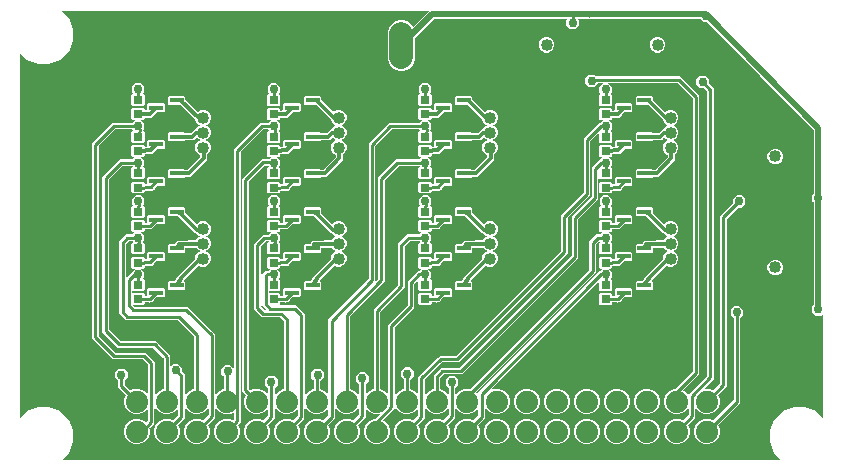
<source format=gbr>
G04 EAGLE Gerber RS-274X export*
G75*
%MOMM*%
%FSLAX34Y34*%
%LPD*%
%INBottom Copper*%
%IPPOS*%
%AMOC8*
5,1,8,0,0,1.08239X$1,22.5*%
G01*
%ADD10C,1.879600*%
%ADD11R,1.168400X0.457200*%
%ADD12R,0.800000X0.700000*%
%ADD13R,1.016000X1.016000*%
%ADD14C,1.016000*%
%ADD15C,2.000000*%
%ADD16C,0.254000*%
%ADD17C,0.756400*%
%ADD18C,0.304800*%
%ADD19C,0.508000*%

G36*
X654148Y10169D02*
X654148Y10169D01*
X654162Y10167D01*
X654164Y10180D01*
X654185Y10197D01*
X654169Y10218D01*
X654173Y10245D01*
X648670Y15748D01*
X644839Y24995D01*
X644839Y35005D01*
X648670Y44252D01*
X655748Y51330D01*
X664995Y55161D01*
X675005Y55161D01*
X684252Y51330D01*
X689755Y45827D01*
X689769Y45826D01*
X689777Y45815D01*
X689784Y45820D01*
X689785Y45818D01*
X689790Y45818D01*
X689796Y45822D01*
X689814Y45819D01*
X689817Y45838D01*
X689837Y45854D01*
X689834Y45858D01*
X689839Y45862D01*
X689839Y133816D01*
X689831Y133826D01*
X689833Y133840D01*
X689820Y133842D01*
X689803Y133863D01*
X689782Y133847D01*
X689755Y133850D01*
X688198Y132293D01*
X683802Y132293D01*
X680693Y135402D01*
X680693Y139798D01*
X681921Y141026D01*
X681924Y141047D01*
X681933Y141054D01*
X681931Y141057D01*
X681935Y141061D01*
X681935Y228239D01*
X681919Y228261D01*
X681921Y228274D01*
X680693Y229502D01*
X680693Y233898D01*
X681921Y235126D01*
X681925Y235152D01*
X681935Y235161D01*
X681935Y289312D01*
X681919Y289334D01*
X681921Y289347D01*
X591765Y380737D01*
X591738Y380740D01*
X591730Y380751D01*
X588802Y380751D01*
X586332Y383221D01*
X586307Y383224D01*
X586303Y383229D01*
X586302Y383229D01*
X586297Y383235D01*
X482388Y383235D01*
X482378Y383227D01*
X482364Y383229D01*
X482362Y383216D01*
X482341Y383199D01*
X482357Y383178D01*
X482354Y383151D01*
X483307Y382198D01*
X483307Y377802D01*
X480198Y374693D01*
X475802Y374693D01*
X472693Y377802D01*
X472693Y382198D01*
X473646Y383151D01*
X473648Y383163D01*
X473653Y383167D01*
X473652Y383168D01*
X473659Y383173D01*
X473651Y383183D01*
X473654Y383210D01*
X473628Y383214D01*
X473612Y383235D01*
X361004Y383235D01*
X360983Y383219D01*
X360969Y383221D01*
X344539Y366791D01*
X344535Y366764D01*
X344525Y366756D01*
X344525Y348708D01*
X342770Y344472D01*
X339528Y341230D01*
X335292Y339475D01*
X330708Y339475D01*
X326472Y341230D01*
X323230Y344472D01*
X321475Y348708D01*
X321475Y373292D01*
X323230Y377528D01*
X326472Y380770D01*
X330708Y382525D01*
X335292Y382525D01*
X339528Y380770D01*
X342770Y377528D01*
X343038Y376882D01*
X343041Y376881D01*
X343040Y376877D01*
X343049Y376876D01*
X343089Y376852D01*
X343099Y376869D01*
X343118Y376866D01*
X355221Y388969D01*
X356007Y389755D01*
X356008Y389766D01*
X356009Y389766D01*
X356008Y389767D01*
X356009Y389769D01*
X356019Y389777D01*
X356011Y389787D01*
X356015Y389814D01*
X355988Y389818D01*
X355972Y389839D01*
X45862Y389839D01*
X45852Y389831D01*
X45838Y389833D01*
X45836Y389820D01*
X45815Y389803D01*
X45831Y389782D01*
X45827Y389755D01*
X51330Y384252D01*
X55161Y375005D01*
X55161Y364995D01*
X51330Y355748D01*
X44252Y348670D01*
X35005Y344839D01*
X24995Y344839D01*
X15748Y348670D01*
X10245Y354173D01*
X10231Y354174D01*
X10223Y354185D01*
X10213Y354177D01*
X10186Y354181D01*
X10182Y354154D01*
X10161Y354138D01*
X10161Y45862D01*
X10169Y45852D01*
X10167Y45838D01*
X10180Y45836D01*
X10197Y45815D01*
X10207Y45822D01*
X10210Y45818D01*
X10215Y45818D01*
X10230Y45829D01*
X10245Y45827D01*
X15748Y51330D01*
X24995Y55161D01*
X35005Y55161D01*
X44252Y51330D01*
X51330Y44252D01*
X55161Y35005D01*
X55161Y24995D01*
X51330Y15748D01*
X45827Y10245D01*
X45826Y10231D01*
X45815Y10223D01*
X45823Y10213D01*
X45819Y10186D01*
X45846Y10182D01*
X45862Y10161D01*
X654138Y10161D01*
X654148Y10169D01*
G37*
%LPC*%
G36*
X208427Y23177D02*
X208427Y23177D01*
X204413Y24840D01*
X201340Y27913D01*
X199677Y31927D01*
X199677Y36273D01*
X201340Y40287D01*
X204413Y43360D01*
X208427Y45023D01*
X212773Y45023D01*
X216135Y43630D01*
X216180Y43642D01*
X216188Y43641D01*
X220191Y47643D01*
X220194Y47669D01*
X220203Y47676D01*
X220205Y47678D01*
X220205Y53899D01*
X220192Y53917D01*
X220186Y53938D01*
X220178Y53935D01*
X220169Y53946D01*
X220160Y53939D01*
X220156Y53944D01*
X220154Y53944D01*
X220125Y53922D01*
X220111Y53918D01*
X219860Y53313D01*
X216787Y50240D01*
X212773Y48577D01*
X208427Y48577D01*
X204413Y50240D01*
X201340Y53313D01*
X199677Y57327D01*
X199677Y61673D01*
X201070Y65035D01*
X201058Y65080D01*
X201059Y65088D01*
X198205Y67942D01*
X198205Y248158D01*
X214842Y264795D01*
X220587Y264795D01*
X220608Y264811D01*
X220622Y264809D01*
X222386Y266574D01*
X222388Y266586D01*
X222396Y266592D01*
X222395Y266593D01*
X222399Y266595D01*
X222390Y266606D01*
X222394Y266633D01*
X222367Y266636D01*
X222351Y266658D01*
X220368Y266658D01*
X219475Y267551D01*
X219475Y275814D01*
X220368Y276707D01*
X229632Y276707D01*
X230525Y275814D01*
X230525Y275109D01*
X230561Y275061D01*
X230568Y275067D01*
X230574Y275060D01*
X232821Y275075D01*
X232869Y275112D01*
X232868Y275112D01*
X232863Y275119D01*
X232870Y275124D01*
X232870Y280060D01*
X233763Y280954D01*
X246711Y280954D01*
X247604Y280060D01*
X247604Y274225D01*
X246711Y273332D01*
X240971Y273332D01*
X240948Y273314D01*
X240934Y273315D01*
X238834Y270922D01*
X238833Y270910D01*
X238824Y270904D01*
X238830Y270896D01*
X238821Y270889D01*
X238822Y270805D01*
X237999Y269971D01*
X237998Y269968D01*
X237997Y269968D01*
X237223Y269087D01*
X237139Y269081D01*
X237120Y269065D01*
X237107Y269067D01*
X237049Y269007D01*
X235876Y268999D01*
X235874Y268998D01*
X235873Y268999D01*
X234703Y268923D01*
X234640Y268978D01*
X234615Y268980D01*
X234607Y268990D01*
X230574Y268962D01*
X230526Y268926D01*
X230532Y268918D01*
X230525Y268913D01*
X230525Y267551D01*
X229632Y266658D01*
X227649Y266658D01*
X227638Y266649D01*
X227625Y266651D01*
X227623Y266638D01*
X227601Y266622D01*
X227618Y266600D01*
X227614Y266574D01*
X230307Y263881D01*
X230307Y259485D01*
X228614Y257792D01*
X228612Y257779D01*
X228601Y257770D01*
X228610Y257760D01*
X228606Y257733D01*
X228633Y257729D01*
X228649Y257708D01*
X229632Y257708D01*
X230525Y256815D01*
X230525Y248552D01*
X229632Y247658D01*
X220368Y247658D01*
X219475Y248552D01*
X219475Y256815D01*
X220368Y257708D01*
X221351Y257708D01*
X221362Y257716D01*
X221375Y257714D01*
X221377Y257728D01*
X221399Y257744D01*
X221382Y257765D01*
X221386Y257792D01*
X219987Y259191D01*
X219960Y259195D01*
X219952Y259205D01*
X217178Y259205D01*
X217157Y259189D01*
X217143Y259191D01*
X203809Y245857D01*
X203807Y245843D01*
X203797Y245835D01*
X203802Y245828D01*
X203795Y245822D01*
X203795Y70278D01*
X203811Y70257D01*
X203809Y70243D01*
X205012Y69041D01*
X205058Y69034D01*
X205065Y69030D01*
X208427Y70423D01*
X212773Y70423D01*
X216787Y68760D01*
X219860Y65687D01*
X220111Y65082D01*
X220129Y65071D01*
X220143Y65054D01*
X220150Y65059D01*
X220162Y65052D01*
X220179Y65081D01*
X220205Y65101D01*
X220205Y71270D01*
X220189Y71291D01*
X220191Y71304D01*
X217693Y73802D01*
X217693Y78198D01*
X220802Y81307D01*
X225198Y81307D01*
X228307Y78198D01*
X228307Y73802D01*
X225809Y71304D01*
X225808Y71294D01*
X225807Y71293D01*
X225808Y71293D01*
X225805Y71278D01*
X225795Y71270D01*
X225795Y63652D01*
X225808Y63635D01*
X225814Y63614D01*
X225822Y63616D01*
X225831Y63605D01*
X225857Y63625D01*
X225889Y63634D01*
X226740Y65687D01*
X229813Y68760D01*
X233175Y70152D01*
X233187Y70174D01*
X233200Y70183D01*
X233196Y70188D01*
X233198Y70193D01*
X233205Y70198D01*
X233205Y127822D01*
X233189Y127843D01*
X233191Y127857D01*
X229921Y131127D01*
X229894Y131131D01*
X229886Y131141D01*
X214832Y131141D01*
X209857Y136117D01*
X208205Y137768D01*
X208205Y193158D01*
X215767Y200720D01*
X220071Y200720D01*
X220092Y200736D01*
X220106Y200734D01*
X222388Y203016D01*
X222390Y203030D01*
X222401Y203038D01*
X222393Y203049D01*
X222396Y203075D01*
X222370Y203079D01*
X222353Y203100D01*
X220368Y203100D01*
X219475Y203994D01*
X219475Y212257D01*
X220368Y213150D01*
X229632Y213150D01*
X230525Y212257D01*
X230525Y211006D01*
X230561Y210958D01*
X230568Y210964D01*
X230574Y210957D01*
X232821Y210971D01*
X232869Y211008D01*
X232863Y211015D01*
X232870Y211021D01*
X232870Y216508D01*
X233763Y217401D01*
X246711Y217401D01*
X247604Y216508D01*
X247604Y210673D01*
X246711Y209780D01*
X240544Y209780D01*
X240521Y209763D01*
X240507Y209764D01*
X238067Y207122D01*
X238065Y207096D01*
X238054Y207088D01*
X238054Y207053D01*
X237275Y206263D01*
X237274Y206262D01*
X237273Y206262D01*
X236520Y205446D01*
X236485Y205445D01*
X236466Y205428D01*
X236452Y205430D01*
X236428Y205406D01*
X235318Y205398D01*
X235317Y205397D01*
X235316Y205398D01*
X234207Y205354D01*
X234181Y205377D01*
X234157Y205380D01*
X234151Y205388D01*
X234150Y205388D01*
X234147Y205391D01*
X230574Y205367D01*
X230526Y205331D01*
X230532Y205323D01*
X230525Y205318D01*
X230525Y203994D01*
X229632Y203100D01*
X227647Y203100D01*
X227636Y203092D01*
X227623Y203094D01*
X227621Y203081D01*
X227599Y203065D01*
X227616Y203043D01*
X227612Y203016D01*
X230307Y200322D01*
X230307Y195925D01*
X228615Y194234D01*
X228614Y194223D01*
X228612Y194221D01*
X228613Y194220D01*
X228603Y194213D01*
X228611Y194202D01*
X228607Y194175D01*
X228634Y194171D01*
X228650Y194150D01*
X229632Y194150D01*
X230525Y193257D01*
X230525Y184994D01*
X229632Y184101D01*
X220368Y184101D01*
X219475Y184994D01*
X219475Y193257D01*
X220368Y194150D01*
X221350Y194150D01*
X221361Y194158D01*
X221374Y194156D01*
X221376Y194170D01*
X221397Y194186D01*
X221381Y194207D01*
X221385Y194234D01*
X220503Y195116D01*
X220476Y195119D01*
X220468Y195130D01*
X218103Y195130D01*
X218081Y195114D01*
X218068Y195116D01*
X213809Y190857D01*
X213805Y190830D01*
X213795Y190822D01*
X213795Y140104D01*
X213811Y140082D01*
X213809Y140069D01*
X217133Y136745D01*
X217159Y136742D01*
X217165Y136733D01*
X217166Y136733D01*
X217168Y136731D01*
X218871Y136731D01*
X218882Y136739D01*
X218895Y136737D01*
X218897Y136750D01*
X218919Y136767D01*
X218903Y136788D01*
X218906Y136815D01*
X218864Y136857D01*
X215205Y140516D01*
X215205Y167158D01*
X217967Y169919D01*
X220269Y169919D01*
X220291Y169935D01*
X220304Y169933D01*
X222387Y172016D01*
X222389Y172028D01*
X222394Y172032D01*
X222393Y172033D01*
X222400Y172038D01*
X222392Y172049D01*
X222395Y172075D01*
X222369Y172079D01*
X222353Y172101D01*
X220368Y172101D01*
X219475Y172994D01*
X219475Y181257D01*
X220368Y182150D01*
X229632Y182150D01*
X230525Y181257D01*
X230525Y180006D01*
X230561Y179958D01*
X230568Y179964D01*
X230574Y179956D01*
X232821Y179971D01*
X232869Y180007D01*
X232867Y180009D01*
X232868Y180011D01*
X232865Y180016D01*
X232870Y180020D01*
X232870Y185509D01*
X233763Y186402D01*
X246711Y186402D01*
X247604Y185509D01*
X247604Y179674D01*
X246711Y178781D01*
X240622Y178781D01*
X240599Y178763D01*
X240585Y178764D01*
X238283Y176158D01*
X238282Y176149D01*
X238279Y176147D01*
X238282Y176144D01*
X238281Y176133D01*
X238270Y176125D01*
X238271Y176054D01*
X237513Y175286D01*
X237512Y175284D01*
X237511Y175284D01*
X236797Y174476D01*
X236726Y174471D01*
X236707Y174455D01*
X236694Y174457D01*
X236644Y174406D01*
X235565Y174399D01*
X235564Y174398D01*
X235563Y174399D01*
X234486Y174332D01*
X234433Y174379D01*
X234408Y174381D01*
X234400Y174392D01*
X230574Y174367D01*
X230526Y174330D01*
X230530Y174327D01*
X230527Y174324D01*
X230529Y174321D01*
X230525Y174317D01*
X230525Y172994D01*
X229632Y172101D01*
X227647Y172101D01*
X227637Y172092D01*
X227623Y172094D01*
X227621Y172081D01*
X227600Y172065D01*
X227616Y172043D01*
X227613Y172016D01*
X230307Y169322D01*
X230307Y164926D01*
X228614Y163233D01*
X228612Y163220D01*
X228601Y163212D01*
X228610Y163201D01*
X228606Y163174D01*
X228633Y163171D01*
X228649Y163149D01*
X229632Y163149D01*
X230525Y162256D01*
X230525Y153993D01*
X229632Y153100D01*
X220844Y153100D01*
X220797Y153064D01*
X220802Y153056D01*
X220795Y153051D01*
X220795Y151199D01*
X220831Y151151D01*
X220838Y151157D01*
X220844Y151149D01*
X229632Y151149D01*
X230525Y150256D01*
X230525Y149005D01*
X230561Y148957D01*
X230568Y148963D01*
X230574Y148956D01*
X232821Y148970D01*
X232869Y149007D01*
X232863Y149014D01*
X232870Y149020D01*
X232870Y154509D01*
X233763Y155402D01*
X246711Y155402D01*
X247604Y154509D01*
X247604Y148674D01*
X246711Y147781D01*
X240665Y147781D01*
X240641Y147763D01*
X240627Y147764D01*
X238399Y145177D01*
X238398Y145169D01*
X238397Y145168D01*
X238398Y145167D01*
X238397Y145153D01*
X238387Y145145D01*
X238387Y145054D01*
X237641Y144299D01*
X237641Y144296D01*
X237639Y144296D01*
X236946Y143492D01*
X236856Y143485D01*
X236837Y143469D01*
X236824Y143471D01*
X236761Y143406D01*
X235699Y143399D01*
X235697Y143398D01*
X235696Y143399D01*
X234637Y143321D01*
X234569Y143380D01*
X234549Y143381D01*
X234548Y143382D01*
X234544Y143382D01*
X234536Y143392D01*
X230574Y143366D01*
X230526Y143330D01*
X230532Y143322D01*
X230525Y143317D01*
X230525Y141993D01*
X229632Y141100D01*
X222645Y141100D01*
X222634Y141092D01*
X222621Y141094D01*
X222619Y141080D01*
X222597Y141064D01*
X222613Y141042D01*
X222610Y141016D01*
X222817Y140809D01*
X222843Y140805D01*
X222851Y140795D01*
X244158Y140795D01*
X250987Y133966D01*
X250987Y63150D01*
X251000Y63133D01*
X251006Y63111D01*
X251014Y63114D01*
X251023Y63103D01*
X251032Y63110D01*
X251036Y63104D01*
X251037Y63104D01*
X251068Y63128D01*
X251081Y63131D01*
X252140Y65687D01*
X255213Y68760D01*
X258575Y70152D01*
X258587Y70174D01*
X258600Y70183D01*
X258596Y70188D01*
X258598Y70193D01*
X258605Y70198D01*
X258605Y77869D01*
X258589Y77891D01*
X258591Y77904D01*
X256693Y79802D01*
X256693Y84198D01*
X259802Y87307D01*
X264198Y87307D01*
X267307Y84198D01*
X267307Y79802D01*
X264209Y76704D01*
X264205Y76678D01*
X264195Y76669D01*
X264195Y70198D01*
X264223Y70161D01*
X264225Y70152D01*
X267587Y68760D01*
X270660Y65687D01*
X271111Y64599D01*
X271129Y64588D01*
X271143Y64571D01*
X271150Y64576D01*
X271162Y64569D01*
X271179Y64598D01*
X271205Y64618D01*
X271205Y129158D01*
X305191Y163143D01*
X305193Y163159D01*
X305203Y163167D01*
X305199Y163173D01*
X305205Y163178D01*
X305205Y278158D01*
X306857Y279809D01*
X320873Y293825D01*
X322524Y295477D01*
X348269Y295477D01*
X348291Y295493D01*
X348304Y295491D01*
X350386Y297573D01*
X350388Y297586D01*
X350399Y297594D01*
X350390Y297605D01*
X350394Y297632D01*
X350367Y297635D01*
X350351Y297657D01*
X348368Y297657D01*
X347475Y298550D01*
X347475Y306813D01*
X348368Y307706D01*
X352844Y307706D01*
X352854Y307714D01*
X352862Y307710D01*
X354109Y308178D01*
X355137Y307711D01*
X355152Y307714D01*
X355157Y307706D01*
X357632Y307706D01*
X358525Y306813D01*
X358525Y305921D01*
X358561Y305874D01*
X358569Y305880D01*
X358575Y305872D01*
X360822Y305929D01*
X360869Y305966D01*
X360863Y305973D01*
X360870Y305978D01*
X360870Y311060D01*
X361763Y311953D01*
X374711Y311953D01*
X375604Y311060D01*
X375604Y305224D01*
X374711Y304331D01*
X368893Y304331D01*
X368870Y304314D01*
X368857Y304315D01*
X366541Y301803D01*
X366540Y301790D01*
X366531Y301783D01*
X366537Y301775D01*
X366528Y301768D01*
X366528Y301760D01*
X365674Y300861D01*
X365674Y300860D01*
X365673Y300860D01*
X364835Y299951D01*
X364827Y299951D01*
X364807Y299934D01*
X364794Y299935D01*
X364788Y299930D01*
X363548Y299898D01*
X363547Y299898D01*
X362312Y299848D01*
X362306Y299853D01*
X362280Y299856D01*
X362271Y299866D01*
X358573Y299773D01*
X358526Y299736D01*
X358532Y299729D01*
X358525Y299723D01*
X358525Y298550D01*
X357632Y297657D01*
X355649Y297657D01*
X355638Y297649D01*
X355625Y297651D01*
X355623Y297637D01*
X355601Y297621D01*
X355618Y297599D01*
X355614Y297573D01*
X358307Y294880D01*
X358307Y290484D01*
X357286Y289463D01*
X357283Y289444D01*
X357273Y289440D01*
X357227Y289250D01*
X357235Y289232D01*
X357228Y289222D01*
X357330Y288940D01*
X357254Y288777D01*
X357255Y288773D01*
X357251Y288770D01*
X357257Y288762D01*
X357267Y288719D01*
X357286Y288723D01*
X357299Y288707D01*
X357632Y288707D01*
X358525Y287814D01*
X358525Y279551D01*
X357632Y278658D01*
X348368Y278658D01*
X347475Y279551D01*
X347475Y287814D01*
X348368Y288707D01*
X349351Y288707D01*
X349362Y288715D01*
X349375Y288713D01*
X349377Y288727D01*
X349399Y288743D01*
X349382Y288765D01*
X349386Y288791D01*
X348304Y289873D01*
X348278Y289877D01*
X348269Y289887D01*
X324860Y289887D01*
X324839Y289871D01*
X324825Y289873D01*
X310809Y275857D01*
X310806Y275836D01*
X310797Y275829D01*
X310799Y275825D01*
X310795Y275822D01*
X310795Y160866D01*
X310803Y160855D01*
X310801Y160842D01*
X310814Y160840D01*
X310831Y160819D01*
X310852Y160835D01*
X310879Y160831D01*
X313191Y163143D01*
X313193Y163159D01*
X313203Y163167D01*
X313199Y163173D01*
X313205Y163178D01*
X313205Y249158D01*
X328525Y264477D01*
X348270Y264477D01*
X348291Y264494D01*
X348304Y264492D01*
X350386Y266574D01*
X350388Y266586D01*
X350396Y266592D01*
X350395Y266593D01*
X350399Y266595D01*
X350390Y266606D01*
X350394Y266633D01*
X350367Y266636D01*
X350351Y266658D01*
X348368Y266658D01*
X347475Y267551D01*
X347475Y275814D01*
X348368Y276707D01*
X357632Y276707D01*
X358525Y275814D01*
X358525Y275109D01*
X358561Y275061D01*
X358568Y275067D01*
X358574Y275060D01*
X360821Y275075D01*
X360869Y275112D01*
X360868Y275112D01*
X360863Y275119D01*
X360870Y275124D01*
X360870Y280060D01*
X361763Y280954D01*
X374711Y280954D01*
X375604Y280060D01*
X375604Y274225D01*
X374711Y273332D01*
X368971Y273332D01*
X368948Y273314D01*
X368934Y273315D01*
X366834Y270922D01*
X366833Y270910D01*
X366824Y270904D01*
X366830Y270896D01*
X366821Y270889D01*
X366822Y270805D01*
X365999Y269971D01*
X365998Y269968D01*
X365997Y269968D01*
X365223Y269087D01*
X365139Y269081D01*
X365120Y269065D01*
X365107Y269067D01*
X365049Y269007D01*
X363876Y268999D01*
X363874Y268998D01*
X363873Y268999D01*
X362703Y268923D01*
X362640Y268978D01*
X362615Y268980D01*
X362607Y268990D01*
X358574Y268962D01*
X358526Y268926D01*
X358532Y268918D01*
X358525Y268913D01*
X358525Y267551D01*
X357632Y266658D01*
X355649Y266658D01*
X355638Y266649D01*
X355625Y266651D01*
X355623Y266638D01*
X355601Y266622D01*
X355618Y266600D01*
X355614Y266574D01*
X358307Y263881D01*
X358307Y259485D01*
X356614Y257792D01*
X356612Y257779D01*
X356601Y257770D01*
X356610Y257760D01*
X356606Y257733D01*
X356633Y257729D01*
X356649Y257708D01*
X357632Y257708D01*
X358525Y256815D01*
X358525Y248552D01*
X357632Y247658D01*
X348368Y247658D01*
X347475Y248552D01*
X347475Y256815D01*
X348368Y257708D01*
X349351Y257708D01*
X349362Y257716D01*
X349375Y257714D01*
X349377Y257728D01*
X349399Y257744D01*
X349382Y257765D01*
X349386Y257792D01*
X348304Y258874D01*
X348278Y258877D01*
X348270Y258888D01*
X330861Y258888D01*
X330839Y258872D01*
X330826Y258874D01*
X318809Y246857D01*
X318805Y246830D01*
X318795Y246822D01*
X318795Y160842D01*
X289609Y131657D01*
X289606Y131631D01*
X289597Y131625D01*
X289597Y131624D01*
X289595Y131622D01*
X289595Y70198D01*
X289623Y70161D01*
X289625Y70152D01*
X292987Y68760D01*
X296060Y65687D01*
X297111Y63151D01*
X297129Y63140D01*
X297143Y63122D01*
X297150Y63128D01*
X297162Y63121D01*
X297179Y63149D01*
X297205Y63170D01*
X297205Y74269D01*
X297189Y74291D01*
X297191Y74304D01*
X294693Y76802D01*
X294693Y81198D01*
X297802Y84307D01*
X302198Y84307D01*
X305307Y81198D01*
X305307Y76802D01*
X302809Y74304D01*
X302805Y74278D01*
X302795Y74269D01*
X302795Y65584D01*
X302808Y65566D01*
X302814Y65545D01*
X302822Y65547D01*
X302831Y65536D01*
X302857Y65556D01*
X302889Y65565D01*
X302940Y65687D01*
X306013Y68760D01*
X309375Y70152D01*
X309387Y70174D01*
X309400Y70183D01*
X309396Y70188D01*
X309398Y70193D01*
X309405Y70198D01*
X309405Y137358D01*
X330191Y158143D01*
X330195Y158170D01*
X330205Y158178D01*
X330205Y193158D01*
X337966Y200918D01*
X348269Y200918D01*
X348291Y200935D01*
X348304Y200933D01*
X350388Y203016D01*
X350390Y203030D01*
X350401Y203038D01*
X350393Y203049D01*
X350396Y203075D01*
X350370Y203079D01*
X350353Y203100D01*
X348368Y203100D01*
X347475Y203994D01*
X347475Y212257D01*
X348368Y213150D01*
X357632Y213150D01*
X358525Y212257D01*
X358525Y211006D01*
X358561Y210958D01*
X358568Y210964D01*
X358574Y210957D01*
X360821Y210971D01*
X360869Y211008D01*
X360863Y211015D01*
X360870Y211021D01*
X360870Y216508D01*
X361763Y217401D01*
X374711Y217401D01*
X375604Y216508D01*
X375604Y210673D01*
X374711Y209780D01*
X368544Y209780D01*
X368521Y209763D01*
X368507Y209764D01*
X366067Y207122D01*
X366065Y207096D01*
X366054Y207088D01*
X366054Y207053D01*
X365274Y206263D01*
X365274Y206262D01*
X365273Y206262D01*
X364520Y205446D01*
X364485Y205445D01*
X364465Y205428D01*
X364452Y205430D01*
X364428Y205406D01*
X363318Y205398D01*
X363317Y205397D01*
X363316Y205398D01*
X362207Y205354D01*
X362181Y205377D01*
X362157Y205380D01*
X362151Y205388D01*
X362150Y205388D01*
X362147Y205391D01*
X358574Y205367D01*
X358526Y205331D01*
X358532Y205323D01*
X358525Y205318D01*
X358525Y203994D01*
X357632Y203100D01*
X355647Y203100D01*
X355636Y203092D01*
X355623Y203094D01*
X355621Y203081D01*
X355599Y203065D01*
X355616Y203043D01*
X355612Y203016D01*
X358307Y200322D01*
X358307Y195925D01*
X356615Y194234D01*
X356614Y194223D01*
X356612Y194221D01*
X356613Y194220D01*
X356603Y194213D01*
X356611Y194202D01*
X356607Y194175D01*
X356634Y194171D01*
X356650Y194150D01*
X357632Y194150D01*
X358525Y193257D01*
X358525Y184994D01*
X357632Y184101D01*
X348368Y184101D01*
X347475Y184994D01*
X347475Y193257D01*
X348368Y194150D01*
X349350Y194150D01*
X349361Y194158D01*
X349374Y194156D01*
X349376Y194170D01*
X349397Y194186D01*
X349381Y194207D01*
X349385Y194234D01*
X348304Y195314D01*
X348278Y195318D01*
X348269Y195329D01*
X340302Y195329D01*
X340280Y195312D01*
X340267Y195314D01*
X335809Y190857D01*
X335805Y190830D01*
X335795Y190822D01*
X335795Y155842D01*
X315009Y135057D01*
X315005Y135030D01*
X314995Y135022D01*
X314995Y70198D01*
X315023Y70161D01*
X315025Y70152D01*
X318387Y68760D01*
X321460Y65687D01*
X321503Y65584D01*
X321521Y65573D01*
X321535Y65556D01*
X321542Y65561D01*
X321554Y65554D01*
X321571Y65583D01*
X321597Y65603D01*
X321597Y124550D01*
X338191Y141143D01*
X338195Y141170D01*
X338205Y141178D01*
X338205Y161282D01*
X346842Y169919D01*
X348269Y169919D01*
X348291Y169935D01*
X348304Y169933D01*
X350387Y172016D01*
X350389Y172028D01*
X350394Y172032D01*
X350393Y172033D01*
X350400Y172038D01*
X350392Y172049D01*
X350395Y172075D01*
X350369Y172079D01*
X350353Y172101D01*
X348368Y172101D01*
X347475Y172994D01*
X347475Y181257D01*
X348368Y182150D01*
X357632Y182150D01*
X358525Y181257D01*
X358525Y180006D01*
X358561Y179958D01*
X358568Y179964D01*
X358574Y179956D01*
X360821Y179971D01*
X360869Y180007D01*
X360867Y180009D01*
X360868Y180011D01*
X360865Y180016D01*
X360870Y180020D01*
X360870Y185509D01*
X361763Y186402D01*
X374711Y186402D01*
X375604Y185509D01*
X375604Y179674D01*
X374711Y178781D01*
X368622Y178781D01*
X368599Y178763D01*
X368585Y178764D01*
X366283Y176158D01*
X366282Y176149D01*
X366279Y176147D01*
X366282Y176144D01*
X366281Y176133D01*
X366270Y176125D01*
X366271Y176054D01*
X365513Y175286D01*
X365512Y175284D01*
X365511Y175284D01*
X364797Y174476D01*
X364726Y174471D01*
X364707Y174455D01*
X364694Y174457D01*
X364644Y174406D01*
X363565Y174399D01*
X363564Y174398D01*
X363563Y174399D01*
X362486Y174332D01*
X362433Y174379D01*
X362408Y174381D01*
X362400Y174392D01*
X358574Y174367D01*
X358526Y174330D01*
X358530Y174327D01*
X358527Y174324D01*
X358529Y174321D01*
X358525Y174317D01*
X358525Y172994D01*
X357632Y172101D01*
X355647Y172101D01*
X355637Y172092D01*
X355623Y172094D01*
X355621Y172081D01*
X355600Y172065D01*
X355616Y172043D01*
X355613Y172016D01*
X358307Y169322D01*
X358307Y164926D01*
X356614Y163233D01*
X356612Y163220D01*
X356601Y163212D01*
X356610Y163201D01*
X356606Y163174D01*
X356633Y163171D01*
X356649Y163149D01*
X357632Y163149D01*
X358525Y162256D01*
X358525Y153993D01*
X357632Y153100D01*
X348368Y153100D01*
X347475Y153993D01*
X347475Y162256D01*
X348368Y163149D01*
X349351Y163149D01*
X349362Y163158D01*
X349375Y163156D01*
X349377Y163169D01*
X349399Y163185D01*
X349382Y163207D01*
X349386Y163233D01*
X348759Y163861D01*
X348733Y163864D01*
X348729Y163870D01*
X348718Y163870D01*
X348714Y163867D01*
X348700Y163869D01*
X348698Y163860D01*
X348689Y163861D01*
X343809Y158981D01*
X343807Y158966D01*
X343797Y158958D01*
X343802Y158952D01*
X343795Y158946D01*
X343795Y138842D01*
X327201Y122249D01*
X327198Y122225D01*
X327189Y122218D01*
X327190Y122216D01*
X327187Y122214D01*
X327187Y63150D01*
X327200Y63133D01*
X327206Y63111D01*
X327214Y63114D01*
X327223Y63103D01*
X327232Y63110D01*
X327236Y63104D01*
X327237Y63104D01*
X327268Y63128D01*
X327281Y63131D01*
X328340Y65687D01*
X331413Y68760D01*
X334775Y70152D01*
X334787Y70174D01*
X334800Y70183D01*
X334796Y70188D01*
X334798Y70193D01*
X334805Y70198D01*
X334805Y78669D01*
X334789Y78691D01*
X334791Y78704D01*
X332693Y80802D01*
X332693Y85198D01*
X335802Y88307D01*
X340198Y88307D01*
X343307Y85198D01*
X343307Y80802D01*
X340409Y77904D01*
X340408Y77894D01*
X340407Y77893D01*
X340407Y77892D01*
X340405Y77878D01*
X340395Y77869D01*
X340395Y70198D01*
X340423Y70161D01*
X340425Y70152D01*
X343787Y68760D01*
X346860Y65687D01*
X347111Y65082D01*
X347129Y65071D01*
X347143Y65053D01*
X347150Y65059D01*
X347162Y65052D01*
X347179Y65081D01*
X347205Y65101D01*
X347205Y80158D01*
X363691Y96643D01*
X365342Y98295D01*
X379322Y98295D01*
X379343Y98311D01*
X379357Y98309D01*
X468191Y187143D01*
X468195Y187170D01*
X468205Y187178D01*
X468205Y217158D01*
X469857Y218809D01*
X487350Y236302D01*
X487353Y236329D01*
X487364Y236337D01*
X487364Y282316D01*
X500524Y295477D01*
X501269Y295477D01*
X501291Y295493D01*
X501304Y295491D01*
X503386Y297573D01*
X503388Y297586D01*
X503399Y297594D01*
X503390Y297605D01*
X503394Y297632D01*
X503367Y297635D01*
X503351Y297657D01*
X501368Y297657D01*
X500475Y298550D01*
X500475Y306813D01*
X501368Y307706D01*
X505844Y307706D01*
X505855Y307714D01*
X505862Y307710D01*
X507109Y308178D01*
X508137Y307711D01*
X508152Y307714D01*
X508157Y307706D01*
X510632Y307706D01*
X511525Y306813D01*
X511525Y305921D01*
X511561Y305874D01*
X511569Y305880D01*
X511575Y305872D01*
X513822Y305929D01*
X513869Y305966D01*
X513863Y305973D01*
X513870Y305978D01*
X513870Y311060D01*
X514763Y311953D01*
X527711Y311953D01*
X528604Y311060D01*
X528604Y305224D01*
X527711Y304331D01*
X521893Y304331D01*
X521870Y304314D01*
X521857Y304315D01*
X519541Y301803D01*
X519540Y301790D01*
X519531Y301783D01*
X519537Y301775D01*
X519528Y301768D01*
X519528Y301760D01*
X518674Y300862D01*
X518674Y300861D01*
X517835Y299951D01*
X517827Y299951D01*
X517807Y299934D01*
X517794Y299935D01*
X517788Y299930D01*
X516549Y299898D01*
X516548Y299898D01*
X515312Y299848D01*
X515306Y299853D01*
X515280Y299856D01*
X515271Y299866D01*
X511573Y299773D01*
X511526Y299736D01*
X511532Y299729D01*
X511525Y299723D01*
X511525Y298550D01*
X510632Y297657D01*
X508649Y297657D01*
X508638Y297649D01*
X508625Y297651D01*
X508623Y297637D01*
X508601Y297621D01*
X508618Y297599D01*
X508614Y297573D01*
X511307Y294880D01*
X511307Y290484D01*
X509614Y288791D01*
X509612Y288778D01*
X509601Y288770D01*
X509610Y288759D01*
X509606Y288732D01*
X509633Y288729D01*
X509649Y288707D01*
X510632Y288707D01*
X511525Y287814D01*
X511525Y279551D01*
X510632Y278658D01*
X501368Y278658D01*
X500475Y279551D01*
X500475Y287404D01*
X500467Y287415D01*
X500469Y287428D01*
X500456Y287430D01*
X500439Y287451D01*
X500422Y287438D01*
X500411Y287438D01*
X500409Y287436D01*
X500391Y287439D01*
X492968Y280016D01*
X492964Y279989D01*
X492954Y279981D01*
X492954Y234001D01*
X473809Y214857D01*
X473805Y214830D01*
X473795Y214822D01*
X473795Y184842D01*
X381658Y92705D01*
X367678Y92705D01*
X367657Y92689D01*
X367643Y92691D01*
X352809Y77857D01*
X352808Y77846D01*
X352805Y77844D01*
X352807Y77841D01*
X352805Y77830D01*
X352795Y77822D01*
X352795Y63652D01*
X352808Y63635D01*
X352814Y63614D01*
X352822Y63616D01*
X352831Y63605D01*
X352857Y63625D01*
X352889Y63634D01*
X353740Y65687D01*
X356813Y68760D01*
X360175Y70152D01*
X360187Y70174D01*
X360200Y70183D01*
X360196Y70188D01*
X360198Y70193D01*
X360205Y70198D01*
X360205Y81658D01*
X366592Y88045D01*
X382072Y88045D01*
X382093Y88061D01*
X382107Y88059D01*
X477191Y183143D01*
X477193Y183156D01*
X477201Y183163D01*
X477195Y183171D01*
X477205Y183178D01*
X477205Y216158D01*
X494191Y233143D01*
X494195Y233170D01*
X494205Y233178D01*
X494205Y257840D01*
X500842Y264477D01*
X501270Y264477D01*
X501291Y264494D01*
X501304Y264492D01*
X503386Y266574D01*
X503388Y266586D01*
X503396Y266592D01*
X503395Y266593D01*
X503399Y266595D01*
X503390Y266606D01*
X503394Y266633D01*
X503367Y266636D01*
X503351Y266658D01*
X501368Y266658D01*
X500475Y267551D01*
X500475Y275814D01*
X501368Y276707D01*
X510632Y276707D01*
X511525Y275814D01*
X511525Y275109D01*
X511561Y275061D01*
X511568Y275067D01*
X511574Y275060D01*
X513821Y275075D01*
X513869Y275112D01*
X513868Y275112D01*
X513863Y275119D01*
X513870Y275124D01*
X513870Y280060D01*
X514763Y280954D01*
X527711Y280954D01*
X528604Y280060D01*
X528604Y274225D01*
X527711Y273332D01*
X521971Y273332D01*
X521948Y273314D01*
X521934Y273315D01*
X519834Y270922D01*
X519833Y270910D01*
X519824Y270904D01*
X519830Y270896D01*
X519821Y270889D01*
X519822Y270805D01*
X518999Y269971D01*
X518998Y269968D01*
X518997Y269968D01*
X518223Y269087D01*
X518139Y269081D01*
X518120Y269065D01*
X518107Y269067D01*
X518049Y269007D01*
X516876Y268999D01*
X516874Y268998D01*
X516873Y268999D01*
X515703Y268923D01*
X515640Y268978D01*
X515615Y268980D01*
X515607Y268990D01*
X511574Y268962D01*
X511526Y268926D01*
X511532Y268918D01*
X511525Y268913D01*
X511525Y267551D01*
X510632Y266658D01*
X508649Y266658D01*
X508638Y266649D01*
X508625Y266651D01*
X508623Y266638D01*
X508601Y266622D01*
X508618Y266600D01*
X508614Y266574D01*
X511307Y263881D01*
X511307Y259485D01*
X509614Y257792D01*
X509612Y257779D01*
X509601Y257770D01*
X509610Y257760D01*
X509606Y257733D01*
X509633Y257729D01*
X509649Y257708D01*
X510632Y257708D01*
X511525Y256815D01*
X511525Y248552D01*
X510632Y247658D01*
X501368Y247658D01*
X500475Y248552D01*
X500475Y256087D01*
X500467Y256098D01*
X500469Y256111D01*
X500456Y256113D01*
X500439Y256134D01*
X500418Y256118D01*
X500391Y256122D01*
X499809Y255540D01*
X499805Y255513D01*
X499795Y255505D01*
X499795Y230842D01*
X482809Y213857D01*
X482805Y213830D01*
X482795Y213822D01*
X482795Y180842D01*
X384408Y82455D01*
X368928Y82455D01*
X368907Y82439D01*
X368893Y82441D01*
X365809Y79357D01*
X365805Y79330D01*
X365795Y79322D01*
X365795Y70198D01*
X365823Y70161D01*
X365825Y70152D01*
X369187Y68760D01*
X372260Y65687D01*
X373111Y63634D01*
X373129Y63622D01*
X373143Y63605D01*
X373150Y63610D01*
X373162Y63603D01*
X373179Y63632D01*
X373205Y63652D01*
X373205Y71269D01*
X373189Y71291D01*
X373191Y71304D01*
X370693Y73802D01*
X370693Y78198D01*
X373802Y81307D01*
X378198Y81307D01*
X381307Y78198D01*
X381307Y73802D01*
X378809Y71304D01*
X378808Y71294D01*
X378807Y71293D01*
X378808Y71293D01*
X378805Y71278D01*
X378795Y71269D01*
X378795Y65101D01*
X378808Y65083D01*
X378814Y65062D01*
X378822Y65064D01*
X378831Y65053D01*
X378857Y65074D01*
X378889Y65082D01*
X379140Y65687D01*
X382213Y68760D01*
X386227Y70423D01*
X390573Y70423D01*
X391177Y70172D01*
X391222Y70184D01*
X391231Y70183D01*
X492191Y171143D01*
X492195Y171170D01*
X492205Y171178D01*
X492205Y195158D01*
X497966Y200918D01*
X501269Y200918D01*
X501291Y200935D01*
X501304Y200933D01*
X503388Y203016D01*
X503390Y203030D01*
X503401Y203038D01*
X503393Y203049D01*
X503396Y203075D01*
X503370Y203079D01*
X503353Y203100D01*
X501368Y203100D01*
X500475Y203994D01*
X500475Y212257D01*
X501368Y213150D01*
X510632Y213150D01*
X511525Y212257D01*
X511525Y211006D01*
X511561Y210958D01*
X511568Y210964D01*
X511574Y210957D01*
X513821Y210971D01*
X513869Y211008D01*
X513863Y211015D01*
X513870Y211021D01*
X513870Y216508D01*
X514763Y217401D01*
X527711Y217401D01*
X528604Y216508D01*
X528604Y210673D01*
X527711Y209780D01*
X521544Y209780D01*
X521521Y209763D01*
X521507Y209764D01*
X519067Y207122D01*
X519065Y207096D01*
X519054Y207088D01*
X519054Y207053D01*
X518275Y206263D01*
X518274Y206262D01*
X518273Y206262D01*
X517520Y205446D01*
X517485Y205445D01*
X517466Y205428D01*
X517452Y205430D01*
X517428Y205406D01*
X516318Y205398D01*
X516317Y205397D01*
X516316Y205398D01*
X515207Y205354D01*
X515181Y205377D01*
X515157Y205380D01*
X515151Y205388D01*
X515150Y205388D01*
X515147Y205391D01*
X511574Y205367D01*
X511526Y205331D01*
X511532Y205323D01*
X511525Y205318D01*
X511525Y203994D01*
X510632Y203100D01*
X508647Y203100D01*
X508636Y203092D01*
X508623Y203094D01*
X508621Y203081D01*
X508599Y203065D01*
X508616Y203043D01*
X508612Y203016D01*
X511307Y200322D01*
X511307Y195925D01*
X509615Y194234D01*
X509614Y194223D01*
X509612Y194221D01*
X509613Y194220D01*
X509603Y194213D01*
X509611Y194202D01*
X509607Y194175D01*
X509634Y194171D01*
X509650Y194150D01*
X510632Y194150D01*
X511525Y193257D01*
X511525Y184994D01*
X510632Y184101D01*
X501368Y184101D01*
X500475Y184994D01*
X500475Y193257D01*
X501368Y194150D01*
X502350Y194150D01*
X502361Y194158D01*
X502374Y194156D01*
X502376Y194170D01*
X502397Y194186D01*
X502381Y194207D01*
X502385Y194234D01*
X501304Y195314D01*
X501278Y195318D01*
X501269Y195329D01*
X500302Y195329D01*
X500280Y195312D01*
X500267Y195314D01*
X497809Y192857D01*
X497808Y192845D01*
X497804Y192842D01*
X497807Y192838D01*
X497805Y192830D01*
X497795Y192822D01*
X497795Y168842D01*
X396185Y67232D01*
X396181Y67209D01*
X396177Y67206D01*
X396180Y67201D01*
X396176Y67173D01*
X396186Y67172D01*
X396185Y67163D01*
X397660Y65687D01*
X398111Y64599D01*
X398129Y64588D01*
X398143Y64571D01*
X398150Y64576D01*
X398162Y64569D01*
X398179Y64598D01*
X398205Y64618D01*
X398205Y67158D01*
X500967Y169919D01*
X501270Y169919D01*
X501291Y169935D01*
X501304Y169933D01*
X503387Y172016D01*
X503389Y172028D01*
X503394Y172032D01*
X503393Y172033D01*
X503400Y172038D01*
X503392Y172049D01*
X503395Y172075D01*
X503369Y172079D01*
X503353Y172101D01*
X501368Y172101D01*
X500475Y172994D01*
X500475Y181257D01*
X501368Y182150D01*
X510632Y182150D01*
X511525Y181257D01*
X511525Y180006D01*
X511561Y179958D01*
X511568Y179964D01*
X511574Y179956D01*
X513821Y179971D01*
X513869Y180007D01*
X513867Y180009D01*
X513868Y180011D01*
X513865Y180016D01*
X513870Y180020D01*
X513870Y185509D01*
X514763Y186402D01*
X527711Y186402D01*
X528604Y185509D01*
X528604Y179674D01*
X527711Y178781D01*
X521622Y178781D01*
X521599Y178763D01*
X521585Y178764D01*
X519283Y176158D01*
X519282Y176149D01*
X519279Y176147D01*
X519282Y176144D01*
X519281Y176133D01*
X519270Y176125D01*
X519271Y176054D01*
X518513Y175286D01*
X518512Y175284D01*
X518511Y175284D01*
X517797Y174476D01*
X517726Y174471D01*
X517707Y174455D01*
X517694Y174457D01*
X517644Y174406D01*
X516565Y174399D01*
X516564Y174398D01*
X516563Y174399D01*
X515486Y174332D01*
X515433Y174379D01*
X515408Y174381D01*
X515400Y174392D01*
X511574Y174367D01*
X511526Y174330D01*
X511530Y174327D01*
X511527Y174324D01*
X511529Y174321D01*
X511525Y174317D01*
X511525Y172994D01*
X510632Y172101D01*
X508647Y172101D01*
X508637Y172092D01*
X508623Y172094D01*
X508621Y172081D01*
X508600Y172065D01*
X508616Y172043D01*
X508613Y172016D01*
X511307Y169322D01*
X511307Y164926D01*
X509614Y163233D01*
X509612Y163220D01*
X509601Y163212D01*
X509610Y163201D01*
X509606Y163174D01*
X509633Y163171D01*
X509649Y163149D01*
X510632Y163149D01*
X511525Y162256D01*
X511525Y153993D01*
X510632Y153100D01*
X501368Y153100D01*
X500475Y153993D01*
X500475Y161404D01*
X500467Y161415D01*
X500469Y161428D01*
X500456Y161430D01*
X500439Y161451D01*
X500418Y161435D01*
X500391Y161439D01*
X407958Y69005D01*
X407955Y68984D01*
X407943Y68965D01*
X407951Y68960D01*
X407949Y68946D01*
X407982Y68942D01*
X408011Y68925D01*
X411627Y70423D01*
X415973Y70423D01*
X419987Y68760D01*
X423060Y65687D01*
X424723Y61673D01*
X424723Y57327D01*
X423060Y53313D01*
X419987Y50240D01*
X415973Y48577D01*
X411627Y48577D01*
X407613Y50240D01*
X404540Y53313D01*
X403889Y54884D01*
X403871Y54895D01*
X403857Y54912D01*
X403850Y54907D01*
X403838Y54914D01*
X403821Y54885D01*
X403795Y54865D01*
X403795Y45542D01*
X402143Y43891D01*
X397941Y39688D01*
X397939Y39677D01*
X397936Y39675D01*
X397938Y39672D01*
X397934Y39642D01*
X397930Y39635D01*
X399323Y36273D01*
X399323Y31927D01*
X397660Y27913D01*
X394587Y24840D01*
X390573Y23177D01*
X386227Y23177D01*
X382213Y24840D01*
X379140Y27913D01*
X377477Y31927D01*
X377477Y36273D01*
X379140Y40287D01*
X382213Y43360D01*
X386227Y45023D01*
X390573Y45023D01*
X393935Y43630D01*
X393980Y43642D01*
X393988Y43641D01*
X398191Y47843D01*
X398194Y47866D01*
X398203Y47873D01*
X398202Y47875D01*
X398205Y47878D01*
X398205Y54382D01*
X398192Y54399D01*
X398186Y54421D01*
X398178Y54418D01*
X398169Y54429D01*
X398143Y54409D01*
X398111Y54401D01*
X397660Y53313D01*
X394587Y50240D01*
X390573Y48577D01*
X386227Y48577D01*
X382213Y50240D01*
X379140Y53313D01*
X378889Y53918D01*
X378871Y53929D01*
X378857Y53947D01*
X378850Y53941D01*
X378846Y53943D01*
X378846Y53944D01*
X378845Y53944D01*
X378838Y53948D01*
X378829Y53933D01*
X378797Y53908D01*
X378800Y53903D01*
X378795Y53899D01*
X378795Y45942D01*
X372541Y39688D01*
X372539Y39677D01*
X372536Y39675D01*
X372538Y39672D01*
X372534Y39642D01*
X372530Y39635D01*
X373923Y36273D01*
X373923Y31927D01*
X372260Y27913D01*
X369187Y24840D01*
X365173Y23177D01*
X360827Y23177D01*
X356813Y24840D01*
X353740Y27913D01*
X352077Y31927D01*
X352077Y36273D01*
X353740Y40287D01*
X356813Y43360D01*
X360827Y45023D01*
X365173Y45023D01*
X368535Y43630D01*
X368580Y43642D01*
X368588Y43641D01*
X373191Y48243D01*
X373193Y48259D01*
X373203Y48267D01*
X373199Y48273D01*
X373205Y48278D01*
X373205Y55348D01*
X373192Y55365D01*
X373186Y55386D01*
X373178Y55384D01*
X373169Y55395D01*
X373143Y55375D01*
X373111Y55366D01*
X372260Y53313D01*
X369187Y50240D01*
X365173Y48577D01*
X360827Y48577D01*
X356813Y50240D01*
X353740Y53313D01*
X352889Y55366D01*
X352871Y55378D01*
X352857Y55395D01*
X352850Y55390D01*
X352838Y55397D01*
X352821Y55368D01*
X352795Y55348D01*
X352795Y45342D01*
X351143Y43691D01*
X347141Y39688D01*
X347139Y39677D01*
X347136Y39675D01*
X347138Y39672D01*
X347134Y39642D01*
X347130Y39635D01*
X348523Y36273D01*
X348523Y31927D01*
X346860Y27913D01*
X343787Y24840D01*
X339773Y23177D01*
X335427Y23177D01*
X331413Y24840D01*
X328340Y27913D01*
X326677Y31927D01*
X326677Y36273D01*
X328340Y40287D01*
X331413Y43360D01*
X335427Y45023D01*
X339773Y45023D01*
X343135Y43630D01*
X343180Y43642D01*
X343188Y43641D01*
X347191Y47643D01*
X347194Y47669D01*
X347203Y47676D01*
X347205Y47678D01*
X347205Y53899D01*
X347192Y53917D01*
X347186Y53938D01*
X347178Y53936D01*
X347169Y53947D01*
X347160Y53939D01*
X347156Y53944D01*
X347154Y53944D01*
X347125Y53922D01*
X347111Y53918D01*
X346860Y53313D01*
X343787Y50240D01*
X339773Y48577D01*
X335427Y48577D01*
X331413Y50240D01*
X328340Y53313D01*
X327281Y55869D01*
X327263Y55880D01*
X327249Y55897D01*
X327242Y55892D01*
X327230Y55899D01*
X327213Y55870D01*
X327187Y55850D01*
X327187Y53292D01*
X317638Y43744D01*
X317638Y43740D01*
X317634Y43739D01*
X317637Y43731D01*
X317630Y43685D01*
X317649Y43682D01*
X317654Y43663D01*
X318387Y43360D01*
X321460Y40287D01*
X323123Y36273D01*
X323123Y31927D01*
X321460Y27913D01*
X318387Y24840D01*
X314373Y23177D01*
X310027Y23177D01*
X306013Y24840D01*
X302940Y27913D01*
X301277Y31927D01*
X301277Y36273D01*
X302940Y40287D01*
X306013Y43360D01*
X310027Y45023D01*
X310992Y45023D01*
X311014Y45039D01*
X311027Y45037D01*
X314529Y48540D01*
X314532Y48561D01*
X314544Y48580D01*
X314536Y48585D01*
X314538Y48599D01*
X314505Y48603D01*
X314476Y48620D01*
X314373Y48577D01*
X310027Y48577D01*
X306013Y50240D01*
X302940Y53313D01*
X302889Y53435D01*
X302871Y53446D01*
X302857Y53464D01*
X302850Y53458D01*
X302838Y53465D01*
X302821Y53436D01*
X302795Y53416D01*
X302795Y46142D01*
X301143Y44491D01*
X296341Y39688D01*
X296339Y39677D01*
X296336Y39675D01*
X296338Y39672D01*
X296334Y39642D01*
X296330Y39635D01*
X297723Y36273D01*
X297723Y31927D01*
X296060Y27913D01*
X292987Y24840D01*
X288973Y23177D01*
X284627Y23177D01*
X280613Y24840D01*
X277540Y27913D01*
X275877Y31927D01*
X275877Y36273D01*
X277540Y40287D01*
X280613Y43360D01*
X284627Y45023D01*
X288973Y45023D01*
X292335Y43630D01*
X292380Y43642D01*
X292388Y43641D01*
X297191Y48443D01*
X297193Y48456D01*
X297203Y48464D01*
X297197Y48472D01*
X297205Y48478D01*
X297205Y55830D01*
X297192Y55848D01*
X297186Y55869D01*
X297178Y55867D01*
X297169Y55878D01*
X297152Y55865D01*
X297150Y55865D01*
X297139Y55857D01*
X297111Y55849D01*
X296060Y53313D01*
X292987Y50240D01*
X288973Y48577D01*
X284627Y48577D01*
X280613Y50240D01*
X277540Y53313D01*
X276889Y54884D01*
X276871Y54895D01*
X276857Y54912D01*
X276850Y54907D01*
X276838Y54914D01*
X276821Y54885D01*
X276795Y54865D01*
X276795Y45542D01*
X270941Y39688D01*
X270939Y39677D01*
X270936Y39675D01*
X270938Y39672D01*
X270934Y39642D01*
X270930Y39635D01*
X272323Y36273D01*
X272323Y31927D01*
X270660Y27913D01*
X267587Y24840D01*
X263573Y23177D01*
X259227Y23177D01*
X255213Y24840D01*
X252140Y27913D01*
X250477Y31927D01*
X250477Y36273D01*
X252140Y40287D01*
X255213Y43360D01*
X259227Y45023D01*
X263573Y45023D01*
X266935Y43630D01*
X266980Y43642D01*
X266988Y43641D01*
X271191Y47843D01*
X271194Y47866D01*
X271203Y47873D01*
X271202Y47875D01*
X271205Y47878D01*
X271205Y54382D01*
X271192Y54399D01*
X271186Y54421D01*
X271178Y54418D01*
X271169Y54429D01*
X271143Y54409D01*
X271111Y54401D01*
X270660Y53313D01*
X267587Y50240D01*
X263573Y48577D01*
X259227Y48577D01*
X255213Y50240D01*
X252140Y53313D01*
X251081Y55869D01*
X251063Y55880D01*
X251049Y55897D01*
X251042Y55892D01*
X251030Y55899D01*
X251013Y55870D01*
X250987Y55850D01*
X250987Y53292D01*
X250809Y53115D01*
X250805Y53088D01*
X250795Y53080D01*
X250795Y44942D01*
X245541Y39688D01*
X245539Y39677D01*
X245536Y39675D01*
X245538Y39672D01*
X245534Y39642D01*
X245530Y39635D01*
X246923Y36273D01*
X246923Y31927D01*
X245260Y27913D01*
X242187Y24840D01*
X238173Y23177D01*
X233827Y23177D01*
X229813Y24840D01*
X226740Y27913D01*
X225077Y31927D01*
X225077Y36273D01*
X226740Y40287D01*
X229813Y43360D01*
X233827Y45023D01*
X238173Y45023D01*
X241535Y43630D01*
X241580Y43642D01*
X241588Y43641D01*
X245191Y47243D01*
X245195Y47270D01*
X245205Y47278D01*
X245205Y53139D01*
X245197Y53150D01*
X245199Y53163D01*
X245186Y53165D01*
X245169Y53187D01*
X245148Y53170D01*
X245121Y53174D01*
X242187Y50240D01*
X238173Y48577D01*
X233827Y48577D01*
X229813Y50240D01*
X226740Y53313D01*
X225889Y55366D01*
X225871Y55378D01*
X225857Y55395D01*
X225850Y55390D01*
X225838Y55397D01*
X225821Y55368D01*
X225795Y55348D01*
X225795Y45342D01*
X220141Y39688D01*
X220139Y39677D01*
X220136Y39675D01*
X220138Y39672D01*
X220134Y39642D01*
X220130Y39635D01*
X221523Y36273D01*
X221523Y31927D01*
X219860Y27913D01*
X216787Y24840D01*
X212773Y23177D01*
X208427Y23177D01*
G37*
%LPD*%
%LPC*%
G36*
X106827Y23177D02*
X106827Y23177D01*
X102813Y24840D01*
X99740Y27913D01*
X98077Y31927D01*
X98077Y36273D01*
X99740Y40287D01*
X102813Y43360D01*
X106827Y45023D01*
X111173Y45023D01*
X115187Y43360D01*
X116763Y41785D01*
X116787Y41781D01*
X116788Y41779D01*
X116801Y41779D01*
X116822Y41776D01*
X116823Y41786D01*
X116832Y41785D01*
X118191Y43143D01*
X118195Y43170D01*
X118205Y43178D01*
X118205Y53139D01*
X118197Y53150D01*
X118199Y53163D01*
X118186Y53165D01*
X118169Y53187D01*
X118148Y53170D01*
X118121Y53174D01*
X115187Y50240D01*
X111173Y48577D01*
X106827Y48577D01*
X102813Y50240D01*
X99740Y53313D01*
X98077Y57327D01*
X98077Y61673D01*
X99470Y65035D01*
X99458Y65080D01*
X99459Y65088D01*
X93205Y71342D01*
X93205Y77269D01*
X93189Y77291D01*
X93191Y77304D01*
X90693Y79802D01*
X90693Y84198D01*
X93802Y87307D01*
X98198Y87307D01*
X101307Y84198D01*
X101307Y79802D01*
X98809Y77304D01*
X98805Y77278D01*
X98795Y77269D01*
X98795Y73678D01*
X98811Y73657D01*
X98809Y73643D01*
X103412Y69041D01*
X103458Y69034D01*
X103465Y69030D01*
X106827Y70423D01*
X111173Y70423D01*
X115187Y68760D01*
X118260Y65687D01*
X118303Y65584D01*
X118321Y65573D01*
X118335Y65556D01*
X118342Y65561D01*
X118354Y65554D01*
X118371Y65583D01*
X118397Y65603D01*
X118397Y90630D01*
X118381Y90651D01*
X118383Y90665D01*
X113857Y95191D01*
X113830Y95195D01*
X113822Y95205D01*
X88842Y95205D01*
X87191Y96857D01*
X72857Y111191D01*
X71205Y112842D01*
X71205Y278158D01*
X88524Y295477D01*
X105269Y295477D01*
X105291Y295493D01*
X105304Y295491D01*
X107386Y297573D01*
X107388Y297586D01*
X107399Y297594D01*
X107390Y297605D01*
X107394Y297632D01*
X107367Y297635D01*
X107351Y297657D01*
X105368Y297657D01*
X104475Y298550D01*
X104475Y306813D01*
X105368Y307706D01*
X109844Y307706D01*
X109855Y307714D01*
X109862Y307710D01*
X111109Y308178D01*
X112137Y307711D01*
X112152Y307714D01*
X112157Y307706D01*
X114632Y307706D01*
X115525Y306813D01*
X115525Y305921D01*
X115561Y305874D01*
X115569Y305880D01*
X115575Y305872D01*
X117822Y305929D01*
X117869Y305966D01*
X117863Y305973D01*
X117870Y305978D01*
X117870Y311060D01*
X118763Y311953D01*
X131711Y311953D01*
X132604Y311060D01*
X132604Y305224D01*
X131711Y304331D01*
X125893Y304331D01*
X125870Y304314D01*
X125857Y304315D01*
X123541Y301803D01*
X123540Y301790D01*
X123531Y301783D01*
X123537Y301775D01*
X123528Y301768D01*
X123528Y301760D01*
X122674Y300862D01*
X122674Y300861D01*
X121835Y299951D01*
X121827Y299951D01*
X121807Y299934D01*
X121794Y299935D01*
X121788Y299930D01*
X120549Y299898D01*
X120548Y299898D01*
X119312Y299848D01*
X119306Y299853D01*
X119280Y299856D01*
X119271Y299866D01*
X115573Y299773D01*
X115526Y299736D01*
X115532Y299729D01*
X115525Y299723D01*
X115525Y298550D01*
X114632Y297657D01*
X112649Y297657D01*
X112638Y297649D01*
X112625Y297651D01*
X112623Y297637D01*
X112601Y297621D01*
X112618Y297599D01*
X112614Y297573D01*
X115307Y294880D01*
X115307Y290484D01*
X114286Y289463D01*
X114283Y289444D01*
X114273Y289440D01*
X114227Y289250D01*
X114235Y289232D01*
X114228Y289222D01*
X114330Y288940D01*
X114254Y288777D01*
X114255Y288773D01*
X114251Y288770D01*
X114257Y288762D01*
X114267Y288719D01*
X114286Y288723D01*
X114299Y288707D01*
X114632Y288707D01*
X115525Y287814D01*
X115525Y279551D01*
X114632Y278658D01*
X105368Y278658D01*
X104475Y279551D01*
X104475Y287814D01*
X105368Y288707D01*
X106351Y288707D01*
X106362Y288715D01*
X106375Y288713D01*
X106377Y288727D01*
X106399Y288743D01*
X106382Y288765D01*
X106386Y288791D01*
X105304Y289873D01*
X105278Y289877D01*
X105269Y289887D01*
X90860Y289887D01*
X90839Y289871D01*
X90825Y289873D01*
X76809Y275857D01*
X76806Y275836D01*
X76797Y275829D01*
X76799Y275825D01*
X76795Y275822D01*
X76795Y115178D01*
X76811Y115157D01*
X76809Y115143D01*
X91143Y100809D01*
X91170Y100805D01*
X91178Y100795D01*
X116158Y100795D01*
X123987Y92966D01*
X123987Y63150D01*
X124000Y63133D01*
X124006Y63111D01*
X124014Y63114D01*
X124023Y63103D01*
X124032Y63110D01*
X124036Y63104D01*
X124037Y63104D01*
X124068Y63128D01*
X124081Y63131D01*
X125140Y65687D01*
X128213Y68760D01*
X131575Y70152D01*
X131587Y70174D01*
X131600Y70183D01*
X131596Y70188D01*
X131598Y70193D01*
X131605Y70198D01*
X131605Y96422D01*
X131589Y96443D01*
X131591Y96457D01*
X122857Y105191D01*
X122830Y105195D01*
X122822Y105205D01*
X92842Y105205D01*
X79705Y118342D01*
X79705Y249658D01*
X94525Y264477D01*
X105269Y264477D01*
X105291Y264494D01*
X105304Y264492D01*
X107386Y266574D01*
X107388Y266586D01*
X107396Y266592D01*
X107395Y266593D01*
X107399Y266595D01*
X107390Y266606D01*
X107394Y266633D01*
X107367Y266636D01*
X107351Y266658D01*
X105368Y266658D01*
X104475Y267551D01*
X104475Y275814D01*
X105368Y276707D01*
X114632Y276707D01*
X115525Y275814D01*
X115525Y275109D01*
X115561Y275061D01*
X115568Y275067D01*
X115574Y275060D01*
X117821Y275075D01*
X117869Y275112D01*
X117868Y275112D01*
X117863Y275119D01*
X117870Y275124D01*
X117870Y280060D01*
X118763Y280954D01*
X131711Y280954D01*
X132604Y280060D01*
X132604Y274225D01*
X131711Y273332D01*
X125971Y273332D01*
X125948Y273314D01*
X125934Y273315D01*
X123834Y270922D01*
X123833Y270910D01*
X123824Y270904D01*
X123830Y270896D01*
X123821Y270889D01*
X123822Y270805D01*
X122999Y269971D01*
X122998Y269968D01*
X122997Y269968D01*
X122223Y269087D01*
X122139Y269081D01*
X122120Y269065D01*
X122107Y269067D01*
X122049Y269007D01*
X120876Y268999D01*
X120874Y268998D01*
X120873Y268999D01*
X119703Y268923D01*
X119640Y268978D01*
X119615Y268980D01*
X119607Y268990D01*
X115574Y268962D01*
X115526Y268926D01*
X115532Y268918D01*
X115525Y268913D01*
X115525Y267551D01*
X114632Y266658D01*
X112649Y266658D01*
X112638Y266649D01*
X112625Y266651D01*
X112623Y266638D01*
X112601Y266622D01*
X112618Y266600D01*
X112614Y266574D01*
X115307Y263881D01*
X115307Y259485D01*
X113614Y257792D01*
X113612Y257779D01*
X113601Y257770D01*
X113610Y257760D01*
X113606Y257733D01*
X113633Y257729D01*
X113649Y257708D01*
X114632Y257708D01*
X115525Y256815D01*
X115525Y248552D01*
X114632Y247658D01*
X105368Y247658D01*
X104475Y248552D01*
X104475Y256815D01*
X105368Y257708D01*
X106351Y257708D01*
X106362Y257716D01*
X106375Y257714D01*
X106377Y257728D01*
X106399Y257744D01*
X106382Y257765D01*
X106386Y257792D01*
X105304Y258874D01*
X105278Y258877D01*
X105269Y258888D01*
X96861Y258888D01*
X96839Y258872D01*
X96826Y258874D01*
X85309Y247357D01*
X85305Y247330D01*
X85295Y247322D01*
X85295Y120678D01*
X85311Y120657D01*
X85309Y120643D01*
X95143Y110809D01*
X95170Y110805D01*
X95178Y110795D01*
X125158Y110795D01*
X137195Y98758D01*
X137195Y88818D01*
X137203Y88808D01*
X137201Y88794D01*
X137214Y88792D01*
X137231Y88771D01*
X137252Y88787D01*
X137279Y88784D01*
X139802Y91307D01*
X144198Y91307D01*
X147307Y88198D01*
X147307Y84666D01*
X147323Y84645D01*
X147321Y84631D01*
X147735Y84217D01*
X148168Y83785D01*
X149387Y82566D01*
X149387Y81396D01*
X149387Y80230D01*
X149387Y63150D01*
X149400Y63133D01*
X149406Y63111D01*
X149414Y63114D01*
X149423Y63103D01*
X149432Y63110D01*
X149436Y63104D01*
X149437Y63104D01*
X149468Y63128D01*
X149481Y63131D01*
X150540Y65687D01*
X153613Y68760D01*
X156975Y70152D01*
X156987Y70174D01*
X157000Y70183D01*
X156996Y70188D01*
X156998Y70193D01*
X157005Y70198D01*
X157005Y115022D01*
X156989Y115043D01*
X156991Y115057D01*
X143857Y128191D01*
X143830Y128195D01*
X143822Y128205D01*
X99842Y128205D01*
X98191Y129857D01*
X94205Y133842D01*
X94205Y195281D01*
X99842Y200918D01*
X105269Y200918D01*
X105291Y200935D01*
X105304Y200933D01*
X107388Y203016D01*
X107390Y203030D01*
X107401Y203038D01*
X107393Y203049D01*
X107396Y203075D01*
X107370Y203079D01*
X107353Y203100D01*
X105368Y203100D01*
X104475Y203994D01*
X104475Y212257D01*
X105368Y213150D01*
X114632Y213150D01*
X115525Y212257D01*
X115525Y211006D01*
X115561Y210958D01*
X115568Y210964D01*
X115574Y210957D01*
X117821Y210971D01*
X117869Y211008D01*
X117863Y211015D01*
X117870Y211021D01*
X117870Y216508D01*
X118763Y217401D01*
X131711Y217401D01*
X132604Y216508D01*
X132604Y210673D01*
X131711Y209780D01*
X125544Y209780D01*
X125521Y209763D01*
X125507Y209764D01*
X123067Y207122D01*
X123065Y207096D01*
X123054Y207088D01*
X123054Y207053D01*
X122275Y206263D01*
X122274Y206262D01*
X122273Y206262D01*
X121520Y205446D01*
X121485Y205445D01*
X121465Y205428D01*
X121452Y205430D01*
X121428Y205406D01*
X120318Y205398D01*
X120317Y205397D01*
X120316Y205398D01*
X119207Y205354D01*
X119181Y205377D01*
X119157Y205380D01*
X119151Y205388D01*
X119150Y205388D01*
X119147Y205391D01*
X115574Y205367D01*
X115526Y205331D01*
X115532Y205323D01*
X115525Y205318D01*
X115525Y203994D01*
X114632Y203100D01*
X112647Y203100D01*
X112636Y203092D01*
X112623Y203094D01*
X112621Y203081D01*
X112599Y203065D01*
X112616Y203043D01*
X112612Y203016D01*
X115307Y200322D01*
X115307Y195925D01*
X113615Y194234D01*
X113614Y194223D01*
X113612Y194221D01*
X113613Y194220D01*
X113603Y194213D01*
X113611Y194202D01*
X113607Y194175D01*
X113634Y194171D01*
X113650Y194150D01*
X114632Y194150D01*
X115525Y193257D01*
X115525Y184994D01*
X114632Y184101D01*
X105368Y184101D01*
X104475Y184994D01*
X104475Y193257D01*
X105368Y194150D01*
X106350Y194150D01*
X106361Y194158D01*
X106374Y194156D01*
X106376Y194170D01*
X106397Y194186D01*
X106381Y194207D01*
X106385Y194234D01*
X105304Y195314D01*
X105278Y195318D01*
X105269Y195329D01*
X102178Y195329D01*
X102157Y195312D01*
X102143Y195314D01*
X99809Y192980D01*
X99805Y192954D01*
X99795Y192945D01*
X99795Y163866D01*
X99803Y163855D01*
X99801Y163842D01*
X99814Y163840D01*
X99831Y163819D01*
X99840Y163826D01*
X99844Y163821D01*
X99848Y163821D01*
X99864Y163833D01*
X99879Y163831D01*
X100857Y164809D01*
X104679Y168631D01*
X104683Y168658D01*
X104693Y168666D01*
X104693Y169322D01*
X107387Y172016D01*
X107389Y172028D01*
X107394Y172032D01*
X107393Y172033D01*
X107400Y172038D01*
X107392Y172049D01*
X107395Y172075D01*
X107369Y172079D01*
X107353Y172101D01*
X105368Y172101D01*
X104475Y172994D01*
X104475Y181257D01*
X105368Y182150D01*
X114632Y182150D01*
X115525Y181257D01*
X115525Y180006D01*
X115561Y179958D01*
X115568Y179964D01*
X115574Y179956D01*
X117821Y179971D01*
X117869Y180007D01*
X117867Y180009D01*
X117868Y180011D01*
X117865Y180016D01*
X117870Y180020D01*
X117870Y185509D01*
X118763Y186402D01*
X131711Y186402D01*
X132604Y185509D01*
X132604Y179674D01*
X131711Y178781D01*
X125622Y178781D01*
X125599Y178763D01*
X125585Y178764D01*
X123283Y176158D01*
X123282Y176149D01*
X123279Y176147D01*
X123282Y176144D01*
X123281Y176133D01*
X123270Y176125D01*
X123271Y176054D01*
X122513Y175286D01*
X122512Y175284D01*
X122511Y175284D01*
X121797Y174476D01*
X121726Y174471D01*
X121707Y174455D01*
X121694Y174457D01*
X121644Y174406D01*
X120565Y174399D01*
X120564Y174398D01*
X120563Y174399D01*
X119486Y174332D01*
X119433Y174379D01*
X119408Y174381D01*
X119400Y174392D01*
X115574Y174367D01*
X115526Y174330D01*
X115530Y174327D01*
X115527Y174324D01*
X115529Y174321D01*
X115525Y174317D01*
X115525Y172994D01*
X114632Y172101D01*
X112647Y172101D01*
X112637Y172092D01*
X112623Y172094D01*
X112621Y172081D01*
X112600Y172065D01*
X112616Y172043D01*
X112613Y172016D01*
X115307Y169322D01*
X115307Y164926D01*
X113614Y163233D01*
X113612Y163220D01*
X113601Y163212D01*
X113610Y163201D01*
X113606Y163174D01*
X113633Y163171D01*
X113649Y163149D01*
X114632Y163149D01*
X115525Y162256D01*
X115525Y153993D01*
X114632Y153100D01*
X105368Y153100D01*
X104879Y153590D01*
X104865Y153591D01*
X104857Y153602D01*
X104847Y153594D01*
X104820Y153598D01*
X104816Y153571D01*
X104795Y153555D01*
X104795Y150695D01*
X104803Y150684D01*
X104801Y150670D01*
X104814Y150669D01*
X104831Y150647D01*
X104852Y150663D01*
X104879Y150660D01*
X105368Y151149D01*
X114632Y151149D01*
X115525Y150256D01*
X115525Y149005D01*
X115561Y148957D01*
X115568Y148963D01*
X115574Y148956D01*
X117821Y148970D01*
X117869Y149006D01*
X117863Y149014D01*
X117870Y149019D01*
X117870Y154509D01*
X118763Y155402D01*
X131711Y155402D01*
X132604Y154509D01*
X132604Y148674D01*
X131711Y147781D01*
X125665Y147781D01*
X125641Y147763D01*
X125627Y147764D01*
X123398Y145177D01*
X123398Y145169D01*
X123397Y145168D01*
X123398Y145167D01*
X123397Y145153D01*
X123387Y145145D01*
X123387Y145054D01*
X122642Y144299D01*
X122641Y144296D01*
X122639Y144296D01*
X121946Y143492D01*
X121856Y143485D01*
X121837Y143469D01*
X121824Y143471D01*
X121761Y143406D01*
X120699Y143399D01*
X120697Y143398D01*
X120696Y143399D01*
X119637Y143321D01*
X119569Y143380D01*
X119549Y143381D01*
X119548Y143382D01*
X119544Y143382D01*
X119536Y143392D01*
X115574Y143366D01*
X115526Y143330D01*
X115532Y143322D01*
X115525Y143317D01*
X115525Y141993D01*
X114632Y141100D01*
X105971Y141100D01*
X105961Y141092D01*
X105947Y141094D01*
X105945Y141080D01*
X105924Y141064D01*
X105940Y141042D01*
X105937Y141016D01*
X107143Y139809D01*
X107170Y139805D01*
X107178Y139795D01*
X152158Y139795D01*
X175395Y116558D01*
X175395Y64618D01*
X175408Y64601D01*
X175414Y64579D01*
X175422Y64582D01*
X175431Y64571D01*
X175446Y64582D01*
X175449Y64582D01*
X175463Y64592D01*
X175489Y64599D01*
X175940Y65687D01*
X179013Y68760D01*
X182375Y70152D01*
X182387Y70174D01*
X182400Y70183D01*
X182396Y70188D01*
X182398Y70193D01*
X182405Y70198D01*
X182405Y81069D01*
X182389Y81091D01*
X182391Y81104D01*
X180693Y82802D01*
X180693Y87198D01*
X183802Y90307D01*
X188198Y90307D01*
X191121Y87384D01*
X191135Y87382D01*
X191143Y87371D01*
X191153Y87379D01*
X191180Y87376D01*
X191184Y87402D01*
X191205Y87418D01*
X191205Y273158D01*
X213524Y295477D01*
X220269Y295477D01*
X220291Y295493D01*
X220304Y295491D01*
X222386Y297573D01*
X222388Y297586D01*
X222399Y297594D01*
X222390Y297605D01*
X222394Y297632D01*
X222367Y297635D01*
X222351Y297657D01*
X220368Y297657D01*
X219475Y298550D01*
X219475Y306813D01*
X220368Y307706D01*
X224844Y307706D01*
X224855Y307714D01*
X224862Y307710D01*
X226109Y308178D01*
X227137Y307711D01*
X227152Y307714D01*
X227157Y307706D01*
X229632Y307706D01*
X230525Y306813D01*
X230525Y305921D01*
X230561Y305874D01*
X230569Y305880D01*
X230575Y305872D01*
X232822Y305929D01*
X232869Y305966D01*
X232863Y305973D01*
X232870Y305978D01*
X232870Y311060D01*
X233763Y311953D01*
X246711Y311953D01*
X247604Y311060D01*
X247604Y305224D01*
X246711Y304331D01*
X240893Y304331D01*
X240870Y304314D01*
X240857Y304315D01*
X238541Y301803D01*
X238540Y301790D01*
X238531Y301783D01*
X238537Y301775D01*
X238528Y301768D01*
X238528Y301760D01*
X237674Y300862D01*
X237674Y300861D01*
X236835Y299951D01*
X236827Y299951D01*
X236807Y299934D01*
X236794Y299935D01*
X236788Y299930D01*
X235549Y299898D01*
X235548Y299898D01*
X234312Y299848D01*
X234306Y299853D01*
X234280Y299856D01*
X234271Y299866D01*
X230573Y299773D01*
X230526Y299736D01*
X230532Y299729D01*
X230525Y299723D01*
X230525Y298550D01*
X229632Y297657D01*
X227649Y297657D01*
X227638Y297649D01*
X227625Y297651D01*
X227623Y297637D01*
X227601Y297621D01*
X227618Y297599D01*
X227614Y297573D01*
X230307Y294880D01*
X230307Y290484D01*
X229286Y289463D01*
X229283Y289444D01*
X229273Y289440D01*
X229227Y289250D01*
X229235Y289232D01*
X229228Y289222D01*
X229330Y288940D01*
X229254Y288777D01*
X229255Y288773D01*
X229251Y288770D01*
X229257Y288762D01*
X229267Y288719D01*
X229286Y288723D01*
X229299Y288707D01*
X229632Y288707D01*
X230525Y287814D01*
X230525Y279551D01*
X229632Y278658D01*
X220368Y278658D01*
X219475Y279551D01*
X219475Y287814D01*
X220368Y288707D01*
X221351Y288707D01*
X221362Y288715D01*
X221375Y288713D01*
X221377Y288727D01*
X221399Y288743D01*
X221382Y288765D01*
X221386Y288791D01*
X220304Y289873D01*
X220278Y289877D01*
X220269Y289887D01*
X215860Y289887D01*
X215839Y289871D01*
X215825Y289873D01*
X196809Y270857D01*
X196805Y270830D01*
X196795Y270822D01*
X196795Y41742D01*
X194741Y39688D01*
X194739Y39677D01*
X194736Y39675D01*
X194738Y39672D01*
X194734Y39642D01*
X194730Y39635D01*
X196123Y36273D01*
X196123Y31927D01*
X194460Y27913D01*
X191387Y24840D01*
X187373Y23177D01*
X183027Y23177D01*
X179013Y24840D01*
X175940Y27913D01*
X174277Y31927D01*
X174277Y36273D01*
X175940Y40287D01*
X179013Y43360D01*
X183027Y45023D01*
X187373Y45023D01*
X190735Y43630D01*
X190780Y43642D01*
X190788Y43641D01*
X191191Y44043D01*
X191195Y44070D01*
X191205Y44078D01*
X191205Y50091D01*
X191203Y50094D01*
X191205Y50097D01*
X191198Y50101D01*
X191169Y50138D01*
X191154Y50127D01*
X191137Y50137D01*
X187373Y48577D01*
X183027Y48577D01*
X179013Y50240D01*
X175940Y53313D01*
X175489Y54401D01*
X175471Y54412D01*
X175457Y54429D01*
X175450Y54424D01*
X175438Y54431D01*
X175421Y54402D01*
X175395Y54382D01*
X175395Y45742D01*
X173743Y44091D01*
X169341Y39688D01*
X169339Y39677D01*
X169336Y39675D01*
X169338Y39672D01*
X169334Y39642D01*
X169330Y39635D01*
X170723Y36273D01*
X170723Y31927D01*
X169060Y27913D01*
X165987Y24840D01*
X161973Y23177D01*
X157627Y23177D01*
X153613Y24840D01*
X150540Y27913D01*
X148877Y31927D01*
X148877Y36273D01*
X150540Y40287D01*
X153613Y43360D01*
X157627Y45023D01*
X161973Y45023D01*
X165335Y43630D01*
X165380Y43642D01*
X165388Y43641D01*
X169791Y48043D01*
X169793Y48062D01*
X169803Y48070D01*
X169800Y48074D01*
X169805Y48078D01*
X169805Y54865D01*
X169792Y54882D01*
X169786Y54904D01*
X169778Y54901D01*
X169769Y54912D01*
X169743Y54892D01*
X169711Y54884D01*
X169060Y53313D01*
X165987Y50240D01*
X161973Y48577D01*
X157627Y48577D01*
X153613Y50240D01*
X150540Y53313D01*
X149481Y55869D01*
X149463Y55880D01*
X149449Y55897D01*
X149442Y55892D01*
X149430Y55899D01*
X149413Y55870D01*
X149387Y55850D01*
X149387Y45292D01*
X147735Y43641D01*
X143895Y39800D01*
X143892Y39779D01*
X143884Y39773D01*
X143890Y39766D01*
X143888Y39754D01*
X143884Y39746D01*
X145323Y36273D01*
X145323Y31927D01*
X143660Y27913D01*
X140587Y24840D01*
X136573Y23177D01*
X132227Y23177D01*
X128213Y24840D01*
X125140Y27913D01*
X123477Y31927D01*
X123477Y36273D01*
X125140Y40287D01*
X128213Y43360D01*
X132227Y45023D01*
X136573Y45023D01*
X139823Y43676D01*
X139868Y43688D01*
X139877Y43687D01*
X143783Y47593D01*
X143787Y47620D01*
X143797Y47628D01*
X143797Y53397D01*
X143784Y53414D01*
X143778Y53436D01*
X143770Y53433D01*
X143761Y53444D01*
X143735Y53424D01*
X143703Y53416D01*
X143660Y53313D01*
X140587Y50240D01*
X136573Y48577D01*
X132227Y48577D01*
X128213Y50240D01*
X125140Y53313D01*
X124081Y55869D01*
X124063Y55880D01*
X124049Y55897D01*
X124042Y55892D01*
X124030Y55899D01*
X124013Y55870D01*
X123987Y55850D01*
X123987Y53292D01*
X123809Y53115D01*
X123805Y53088D01*
X123795Y53080D01*
X123795Y40842D01*
X119742Y36789D01*
X119740Y36776D01*
X119730Y36769D01*
X119738Y36759D01*
X119735Y36743D01*
X119731Y36736D01*
X119923Y36273D01*
X119923Y31927D01*
X118260Y27913D01*
X115187Y24840D01*
X111173Y23177D01*
X106827Y23177D01*
G37*
%LPD*%
%LPC*%
G36*
X564027Y23177D02*
X564027Y23177D01*
X560013Y24840D01*
X556940Y27913D01*
X555277Y31927D01*
X555277Y36273D01*
X556940Y40287D01*
X560013Y43360D01*
X564027Y45023D01*
X568373Y45023D01*
X571735Y43630D01*
X571780Y43642D01*
X571788Y43641D01*
X576199Y48051D01*
X576201Y48064D01*
X576209Y48070D01*
X576203Y48078D01*
X576213Y48086D01*
X576213Y54884D01*
X576200Y54902D01*
X576194Y54923D01*
X576186Y54921D01*
X576177Y54932D01*
X576168Y54924D01*
X576164Y54929D01*
X576162Y54929D01*
X576133Y54907D01*
X576119Y54903D01*
X575460Y53313D01*
X572387Y50240D01*
X568373Y48577D01*
X564027Y48577D01*
X560013Y50240D01*
X556940Y53313D01*
X555277Y57327D01*
X555277Y61673D01*
X556940Y65687D01*
X560013Y68760D01*
X564027Y70423D01*
X565050Y70423D01*
X565071Y70439D01*
X565085Y70437D01*
X579591Y84943D01*
X579592Y84955D01*
X579597Y84958D01*
X579594Y84963D01*
X579595Y84970D01*
X579605Y84978D01*
X579605Y316422D01*
X579589Y316443D01*
X579591Y316457D01*
X566857Y329191D01*
X566831Y329194D01*
X566825Y329202D01*
X566824Y329202D01*
X566822Y329205D01*
X499356Y329205D01*
X499309Y329169D01*
X499310Y329167D01*
X499309Y329166D01*
X499313Y329161D01*
X499307Y329156D01*
X499307Y328802D01*
X496198Y325693D01*
X491802Y325693D01*
X488693Y328802D01*
X488693Y333198D01*
X491802Y336307D01*
X496198Y336307D01*
X497696Y334809D01*
X497722Y334805D01*
X497731Y334795D01*
X569158Y334795D01*
X570809Y333143D01*
X583543Y320409D01*
X585195Y318758D01*
X585195Y82642D01*
X583543Y80991D01*
X571679Y69127D01*
X571679Y69123D01*
X571675Y69122D01*
X571677Y69114D01*
X571671Y69068D01*
X571690Y69065D01*
X571695Y69047D01*
X572387Y68760D01*
X575460Y65687D01*
X576119Y64097D01*
X576137Y64086D01*
X576151Y64068D01*
X576158Y64074D01*
X576170Y64067D01*
X576187Y64096D01*
X576213Y64116D01*
X576213Y65308D01*
X591891Y80985D01*
X591894Y81011D01*
X591903Y81018D01*
X591903Y81019D01*
X591905Y81020D01*
X591905Y322222D01*
X591889Y322243D01*
X591891Y322257D01*
X589469Y324679D01*
X589442Y324683D01*
X589434Y324693D01*
X585802Y324693D01*
X582693Y327802D01*
X582693Y332198D01*
X585802Y335307D01*
X590198Y335307D01*
X593307Y332198D01*
X593307Y328766D01*
X593323Y328745D01*
X593321Y328731D01*
X595843Y326209D01*
X597495Y324558D01*
X597495Y78684D01*
X595843Y77033D01*
X589271Y70460D01*
X589268Y70439D01*
X589256Y70420D01*
X589264Y70415D01*
X589262Y70401D01*
X589295Y70397D01*
X589324Y70380D01*
X589427Y70423D01*
X593773Y70423D01*
X597135Y69030D01*
X597180Y69042D01*
X597188Y69041D01*
X602691Y74543D01*
X602693Y74558D01*
X602703Y74566D01*
X602699Y74573D01*
X602705Y74578D01*
X602705Y216658D01*
X613679Y227631D01*
X613683Y227658D01*
X613693Y227666D01*
X613693Y231198D01*
X616802Y234307D01*
X621198Y234307D01*
X624307Y231198D01*
X624307Y226802D01*
X621198Y223693D01*
X617666Y223693D01*
X617645Y223677D01*
X617631Y223679D01*
X608309Y214357D01*
X608305Y214330D01*
X608295Y214322D01*
X608295Y72242D01*
X601141Y65088D01*
X601134Y65042D01*
X601130Y65035D01*
X602523Y61673D01*
X602523Y57327D01*
X600860Y53313D01*
X597787Y50240D01*
X593773Y48577D01*
X589427Y48577D01*
X585413Y50240D01*
X582340Y53313D01*
X581897Y54382D01*
X581879Y54393D01*
X581865Y54410D01*
X581858Y54405D01*
X581846Y54412D01*
X581829Y54383D01*
X581803Y54363D01*
X581803Y45750D01*
X580151Y44099D01*
X575741Y39688D01*
X575739Y39677D01*
X575736Y39675D01*
X575738Y39672D01*
X575734Y39642D01*
X575730Y39635D01*
X577123Y36273D01*
X577123Y31927D01*
X575460Y27913D01*
X572387Y24840D01*
X568373Y23177D01*
X564027Y23177D01*
G37*
%LPD*%
%LPC*%
G36*
X532289Y154281D02*
X532289Y154281D01*
X531396Y155174D01*
X531396Y161009D01*
X532289Y161902D01*
X537676Y161902D01*
X537703Y161923D01*
X537717Y161923D01*
X540219Y165515D01*
X540219Y165526D01*
X540226Y165531D01*
X540221Y165538D01*
X540228Y165544D01*
X540226Y165822D01*
X540927Y166533D01*
X540928Y166539D01*
X540933Y166539D01*
X541504Y167359D01*
X541777Y167408D01*
X541792Y167424D01*
X541804Y167422D01*
X554381Y180176D01*
X554384Y180201D01*
X554393Y180208D01*
X554393Y180209D01*
X554395Y180211D01*
X554395Y181722D01*
X555401Y184149D01*
X557259Y186007D01*
X558961Y186713D01*
X558968Y186724D01*
X558981Y186728D01*
X558978Y186741D01*
X558991Y186764D01*
X558968Y186777D01*
X558961Y186804D01*
X557259Y187509D01*
X555401Y189367D01*
X555202Y189846D01*
X555160Y189871D01*
X555158Y189874D01*
X555157Y189874D01*
X555155Y189877D01*
X546177Y189598D01*
X546131Y189561D01*
X546137Y189554D01*
X546130Y189549D01*
X546130Y186174D01*
X545237Y185281D01*
X532289Y185281D01*
X531396Y186174D01*
X531396Y192009D01*
X532289Y192902D01*
X537177Y192902D01*
X537211Y192928D01*
X537221Y192930D01*
X537305Y193105D01*
X537304Y193109D01*
X537307Y193111D01*
X537303Y193117D01*
X537302Y193122D01*
X537310Y193128D01*
X537294Y193636D01*
X537830Y194206D01*
X537831Y194217D01*
X537838Y194219D01*
X538176Y194925D01*
X538656Y195094D01*
X538665Y195107D01*
X538675Y195106D01*
X539024Y195477D01*
X539806Y195501D01*
X539814Y195508D01*
X539821Y195504D01*
X540558Y195764D01*
X541017Y195544D01*
X541033Y195547D01*
X541040Y195539D01*
X555006Y195972D01*
X555041Y196000D01*
X555050Y196003D01*
X555401Y196849D01*
X557259Y198707D01*
X558655Y199286D01*
X558662Y199297D01*
X558675Y199301D01*
X558672Y199310D01*
X558681Y199317D01*
X558676Y199323D01*
X558685Y199337D01*
X558662Y199350D01*
X558655Y199377D01*
X557259Y199955D01*
X555401Y201813D01*
X555373Y201881D01*
X555323Y201910D01*
X555322Y201911D01*
X554837Y201861D01*
X554722Y201955D01*
X554699Y201956D01*
X554691Y201966D01*
X554543Y201965D01*
X553748Y202749D01*
X553744Y202749D01*
X553745Y202752D01*
X552879Y203457D01*
X552864Y203604D01*
X552848Y203622D01*
X552850Y203635D01*
X540041Y216266D01*
X540017Y216269D01*
X540014Y216272D01*
X540012Y216272D01*
X540007Y216280D01*
X532289Y216280D01*
X531396Y217173D01*
X531396Y223008D01*
X532289Y223901D01*
X545237Y223901D01*
X546130Y223008D01*
X546130Y218846D01*
X546146Y218824D01*
X546144Y218810D01*
X555561Y209525D01*
X555620Y209517D01*
X555621Y209526D01*
X555630Y209525D01*
X557259Y211153D01*
X559686Y212159D01*
X562314Y212159D01*
X564741Y211153D01*
X566599Y209295D01*
X567605Y206868D01*
X567605Y204240D01*
X566599Y201813D01*
X564741Y199955D01*
X563345Y199377D01*
X563338Y199365D01*
X563325Y199361D01*
X563328Y199350D01*
X563319Y199343D01*
X563323Y199338D01*
X563315Y199325D01*
X563338Y199312D01*
X563345Y199286D01*
X564741Y198707D01*
X566599Y196849D01*
X567605Y194422D01*
X567605Y191794D01*
X566599Y189367D01*
X564741Y187509D01*
X563039Y186804D01*
X563032Y186792D01*
X563019Y186788D01*
X563022Y186775D01*
X563009Y186752D01*
X563032Y186739D01*
X563039Y186713D01*
X564741Y186007D01*
X566599Y184149D01*
X567605Y181722D01*
X567605Y179094D01*
X566599Y176667D01*
X564741Y174809D01*
X562314Y173803D01*
X559686Y173803D01*
X557568Y174681D01*
X557523Y174669D01*
X557514Y174670D01*
X545639Y162627D01*
X545639Y162621D01*
X545634Y162621D01*
X545187Y161979D01*
X545187Y161970D01*
X545180Y161965D01*
X545188Y161954D01*
X545189Y161920D01*
X545213Y161921D01*
X545227Y161902D01*
X545237Y161902D01*
X546130Y161009D01*
X546130Y155174D01*
X545237Y154281D01*
X532289Y154281D01*
G37*
%LPD*%
%LPC*%
G36*
X379289Y154281D02*
X379289Y154281D01*
X378396Y155174D01*
X378396Y161009D01*
X379289Y161902D01*
X384676Y161902D01*
X384703Y161923D01*
X384717Y161923D01*
X387219Y165515D01*
X387219Y165526D01*
X387226Y165531D01*
X387221Y165538D01*
X387228Y165544D01*
X387226Y165822D01*
X387927Y166533D01*
X387928Y166539D01*
X387933Y166539D01*
X388504Y167359D01*
X388777Y167408D01*
X388792Y167424D01*
X388804Y167422D01*
X401381Y180176D01*
X401384Y180201D01*
X401393Y180208D01*
X401393Y180209D01*
X401395Y180211D01*
X401395Y181722D01*
X402401Y184149D01*
X404259Y186007D01*
X405961Y186713D01*
X405968Y186724D01*
X405981Y186728D01*
X405978Y186741D01*
X405991Y186764D01*
X405968Y186777D01*
X405961Y186804D01*
X404259Y187509D01*
X402401Y189367D01*
X402202Y189846D01*
X402160Y189871D01*
X402158Y189874D01*
X402157Y189874D01*
X402155Y189877D01*
X393177Y189598D01*
X393131Y189561D01*
X393137Y189554D01*
X393130Y189549D01*
X393130Y186174D01*
X392237Y185281D01*
X379289Y185281D01*
X378396Y186174D01*
X378396Y192009D01*
X379289Y192902D01*
X384177Y192902D01*
X384211Y192928D01*
X384221Y192930D01*
X384305Y193105D01*
X384304Y193109D01*
X384307Y193111D01*
X384303Y193117D01*
X384302Y193122D01*
X384310Y193128D01*
X384294Y193636D01*
X384830Y194206D01*
X384831Y194217D01*
X384838Y194219D01*
X385176Y194925D01*
X385656Y195094D01*
X385665Y195107D01*
X385675Y195106D01*
X386024Y195477D01*
X386806Y195501D01*
X386814Y195508D01*
X386821Y195504D01*
X387558Y195764D01*
X388017Y195544D01*
X388033Y195547D01*
X388040Y195539D01*
X402006Y195972D01*
X402041Y196000D01*
X402050Y196003D01*
X402401Y196849D01*
X404259Y198707D01*
X405655Y199286D01*
X405662Y199297D01*
X405675Y199301D01*
X405672Y199310D01*
X405681Y199317D01*
X405676Y199323D01*
X405685Y199337D01*
X405662Y199350D01*
X405655Y199377D01*
X404259Y199955D01*
X402401Y201813D01*
X402373Y201881D01*
X402323Y201910D01*
X402322Y201911D01*
X401837Y201861D01*
X401722Y201955D01*
X401699Y201956D01*
X401691Y201966D01*
X401543Y201965D01*
X400748Y202749D01*
X400744Y202749D01*
X400745Y202752D01*
X399879Y203457D01*
X399864Y203604D01*
X399848Y203622D01*
X399850Y203635D01*
X387041Y216266D01*
X387017Y216269D01*
X387014Y216272D01*
X387012Y216272D01*
X387007Y216280D01*
X379289Y216280D01*
X378396Y217173D01*
X378396Y223008D01*
X379289Y223901D01*
X392237Y223901D01*
X393130Y223008D01*
X393130Y218846D01*
X393146Y218824D01*
X393144Y218810D01*
X402561Y209525D01*
X402620Y209517D01*
X402621Y209526D01*
X402630Y209525D01*
X404259Y211153D01*
X406686Y212159D01*
X409314Y212159D01*
X411741Y211153D01*
X413599Y209295D01*
X414605Y206868D01*
X414605Y204240D01*
X413599Y201813D01*
X411741Y199955D01*
X410345Y199377D01*
X410338Y199365D01*
X410325Y199361D01*
X410328Y199350D01*
X410319Y199343D01*
X410323Y199338D01*
X410315Y199325D01*
X410338Y199312D01*
X410345Y199286D01*
X411741Y198707D01*
X413599Y196849D01*
X414605Y194422D01*
X414605Y191794D01*
X413599Y189367D01*
X411741Y187509D01*
X410039Y186804D01*
X410032Y186792D01*
X410019Y186788D01*
X410022Y186775D01*
X410009Y186752D01*
X410032Y186739D01*
X410039Y186713D01*
X411741Y186007D01*
X413599Y184149D01*
X414605Y181722D01*
X414605Y179094D01*
X413599Y176667D01*
X411741Y174809D01*
X409314Y173803D01*
X406686Y173803D01*
X404568Y174681D01*
X404523Y174669D01*
X404514Y174670D01*
X392639Y162627D01*
X392639Y162621D01*
X392634Y162621D01*
X392187Y161979D01*
X392187Y161970D01*
X392180Y161965D01*
X392188Y161954D01*
X392189Y161920D01*
X392213Y161921D01*
X392227Y161902D01*
X392237Y161902D01*
X393130Y161009D01*
X393130Y155174D01*
X392237Y154281D01*
X379289Y154281D01*
G37*
%LPD*%
%LPC*%
G36*
X251289Y154281D02*
X251289Y154281D01*
X250396Y155174D01*
X250396Y161009D01*
X251289Y161902D01*
X256676Y161902D01*
X256704Y161923D01*
X256717Y161923D01*
X259219Y165515D01*
X259219Y165526D01*
X259226Y165531D01*
X259221Y165538D01*
X259228Y165544D01*
X259226Y165822D01*
X259927Y166533D01*
X259928Y166539D01*
X259933Y166539D01*
X260504Y167359D01*
X260777Y167408D01*
X260792Y167424D01*
X260804Y167422D01*
X273381Y180176D01*
X273384Y180201D01*
X273393Y180208D01*
X273393Y180209D01*
X273395Y180211D01*
X273395Y181722D01*
X274401Y184149D01*
X276259Y186007D01*
X277961Y186713D01*
X277968Y186724D01*
X277981Y186728D01*
X277978Y186741D01*
X277991Y186764D01*
X277968Y186777D01*
X277961Y186804D01*
X276259Y187509D01*
X274401Y189367D01*
X274202Y189846D01*
X274160Y189871D01*
X274158Y189874D01*
X274157Y189874D01*
X274155Y189877D01*
X265177Y189598D01*
X265131Y189561D01*
X265137Y189554D01*
X265130Y189549D01*
X265130Y186174D01*
X264237Y185281D01*
X251289Y185281D01*
X250396Y186174D01*
X250396Y192009D01*
X251289Y192902D01*
X256177Y192902D01*
X256211Y192928D01*
X256221Y192930D01*
X256305Y193105D01*
X256304Y193109D01*
X256307Y193111D01*
X256303Y193117D01*
X256302Y193122D01*
X256310Y193128D01*
X256294Y193636D01*
X256830Y194206D01*
X256831Y194217D01*
X256838Y194219D01*
X257176Y194925D01*
X257656Y195094D01*
X257665Y195107D01*
X257675Y195106D01*
X258024Y195477D01*
X258806Y195501D01*
X258814Y195508D01*
X258821Y195504D01*
X259558Y195764D01*
X260017Y195544D01*
X260033Y195547D01*
X260040Y195539D01*
X274006Y195972D01*
X274041Y196000D01*
X274050Y196003D01*
X274401Y196849D01*
X276259Y198707D01*
X277655Y199286D01*
X277662Y199297D01*
X277675Y199301D01*
X277672Y199310D01*
X277681Y199317D01*
X277676Y199323D01*
X277685Y199337D01*
X277662Y199350D01*
X277655Y199377D01*
X276259Y199955D01*
X274401Y201813D01*
X274373Y201881D01*
X274323Y201910D01*
X274322Y201911D01*
X273837Y201861D01*
X273722Y201955D01*
X273699Y201956D01*
X273691Y201966D01*
X273543Y201965D01*
X272748Y202749D01*
X272744Y202749D01*
X272745Y202752D01*
X271879Y203457D01*
X271864Y203604D01*
X271848Y203622D01*
X271850Y203635D01*
X259041Y216266D01*
X259017Y216269D01*
X259014Y216272D01*
X259012Y216272D01*
X259007Y216280D01*
X251289Y216280D01*
X250396Y217173D01*
X250396Y223008D01*
X251289Y223901D01*
X264237Y223901D01*
X265130Y223008D01*
X265130Y218846D01*
X265146Y218824D01*
X265144Y218810D01*
X274561Y209525D01*
X274620Y209517D01*
X274621Y209526D01*
X274630Y209525D01*
X276259Y211153D01*
X278686Y212159D01*
X281314Y212159D01*
X283741Y211153D01*
X285599Y209295D01*
X286605Y206868D01*
X286605Y204240D01*
X285599Y201813D01*
X283741Y199955D01*
X282345Y199377D01*
X282338Y199365D01*
X282325Y199361D01*
X282328Y199350D01*
X282319Y199343D01*
X282323Y199338D01*
X282315Y199325D01*
X282338Y199312D01*
X282345Y199286D01*
X283741Y198707D01*
X285599Y196849D01*
X286605Y194422D01*
X286605Y191794D01*
X285599Y189367D01*
X283741Y187509D01*
X282039Y186804D01*
X282032Y186792D01*
X282019Y186788D01*
X282022Y186775D01*
X282009Y186752D01*
X282032Y186739D01*
X282039Y186713D01*
X283741Y186007D01*
X285599Y184149D01*
X286605Y181722D01*
X286605Y179094D01*
X285599Y176667D01*
X283741Y174809D01*
X281314Y173803D01*
X278686Y173803D01*
X276568Y174681D01*
X276523Y174669D01*
X276514Y174670D01*
X264639Y162627D01*
X264639Y162621D01*
X264634Y162621D01*
X264187Y161979D01*
X264187Y161970D01*
X264180Y161965D01*
X264188Y161954D01*
X264189Y161920D01*
X264213Y161921D01*
X264227Y161902D01*
X264237Y161902D01*
X265130Y161009D01*
X265130Y155174D01*
X264237Y154281D01*
X251289Y154281D01*
G37*
%LPD*%
%LPC*%
G36*
X136289Y154281D02*
X136289Y154281D01*
X135396Y155174D01*
X135396Y161009D01*
X136289Y161902D01*
X141676Y161902D01*
X141704Y161923D01*
X141717Y161923D01*
X144219Y165515D01*
X144219Y165526D01*
X144226Y165531D01*
X144221Y165538D01*
X144228Y165544D01*
X144226Y165822D01*
X144927Y166533D01*
X144928Y166539D01*
X144933Y166539D01*
X145504Y167359D01*
X145777Y167408D01*
X145792Y167424D01*
X145804Y167422D01*
X158381Y180176D01*
X158384Y180201D01*
X158393Y180208D01*
X158393Y180209D01*
X158395Y180211D01*
X158395Y181722D01*
X159401Y184149D01*
X161259Y186007D01*
X162961Y186713D01*
X162968Y186724D01*
X162981Y186728D01*
X162978Y186741D01*
X162991Y186764D01*
X162968Y186777D01*
X162961Y186804D01*
X161259Y187509D01*
X159401Y189367D01*
X159202Y189846D01*
X159160Y189871D01*
X159158Y189874D01*
X159157Y189874D01*
X159155Y189877D01*
X150177Y189598D01*
X150131Y189561D01*
X150137Y189554D01*
X150130Y189549D01*
X150130Y186174D01*
X149237Y185281D01*
X136289Y185281D01*
X135396Y186174D01*
X135396Y192009D01*
X136289Y192902D01*
X141177Y192902D01*
X141211Y192928D01*
X141221Y192930D01*
X141305Y193105D01*
X141304Y193109D01*
X141307Y193111D01*
X141303Y193117D01*
X141302Y193122D01*
X141310Y193128D01*
X141294Y193636D01*
X141830Y194206D01*
X141831Y194217D01*
X141838Y194219D01*
X142176Y194925D01*
X142656Y195094D01*
X142665Y195107D01*
X142675Y195106D01*
X143024Y195477D01*
X143806Y195501D01*
X143814Y195508D01*
X143821Y195504D01*
X144558Y195764D01*
X145017Y195544D01*
X145033Y195547D01*
X145040Y195539D01*
X159006Y195972D01*
X159041Y196000D01*
X159050Y196003D01*
X159401Y196849D01*
X161259Y198707D01*
X162655Y199286D01*
X162662Y199297D01*
X162675Y199301D01*
X162672Y199310D01*
X162681Y199317D01*
X162676Y199323D01*
X162685Y199337D01*
X162662Y199350D01*
X162655Y199377D01*
X161259Y199955D01*
X159401Y201813D01*
X159373Y201881D01*
X159323Y201910D01*
X159322Y201911D01*
X158837Y201861D01*
X158722Y201955D01*
X158699Y201956D01*
X158691Y201966D01*
X158543Y201965D01*
X157748Y202749D01*
X157744Y202749D01*
X157745Y202752D01*
X156879Y203457D01*
X156864Y203604D01*
X156848Y203622D01*
X156850Y203635D01*
X144041Y216266D01*
X144017Y216269D01*
X144014Y216272D01*
X144012Y216272D01*
X144007Y216280D01*
X136289Y216280D01*
X135396Y217173D01*
X135396Y223008D01*
X136289Y223901D01*
X149237Y223901D01*
X150130Y223008D01*
X150130Y218846D01*
X150146Y218824D01*
X150144Y218810D01*
X159561Y209525D01*
X159620Y209517D01*
X159621Y209526D01*
X159630Y209525D01*
X161259Y211153D01*
X163686Y212159D01*
X166314Y212159D01*
X168741Y211153D01*
X170599Y209295D01*
X171605Y206868D01*
X171605Y204240D01*
X170599Y201813D01*
X168741Y199955D01*
X167345Y199377D01*
X167338Y199365D01*
X167325Y199361D01*
X167328Y199350D01*
X167319Y199343D01*
X167323Y199338D01*
X167315Y199325D01*
X167338Y199312D01*
X167345Y199286D01*
X168741Y198707D01*
X170599Y196849D01*
X171605Y194422D01*
X171605Y191794D01*
X170599Y189367D01*
X168741Y187509D01*
X167039Y186804D01*
X167032Y186792D01*
X167019Y186788D01*
X167022Y186775D01*
X167009Y186752D01*
X167032Y186739D01*
X167039Y186713D01*
X168741Y186007D01*
X170599Y184149D01*
X171605Y181722D01*
X171605Y179094D01*
X170599Y176667D01*
X168741Y174809D01*
X166314Y173803D01*
X163686Y173803D01*
X161568Y174681D01*
X161523Y174669D01*
X161514Y174670D01*
X149639Y162627D01*
X149639Y162621D01*
X149634Y162621D01*
X149187Y161979D01*
X149187Y161970D01*
X149180Y161965D01*
X149188Y161954D01*
X149189Y161920D01*
X149213Y161921D01*
X149227Y161902D01*
X149237Y161902D01*
X150130Y161009D01*
X150130Y155174D01*
X149237Y154281D01*
X136289Y154281D01*
G37*
%LPD*%
%LPC*%
G36*
X136289Y248833D02*
X136289Y248833D01*
X135396Y249726D01*
X135396Y255561D01*
X136289Y256454D01*
X149237Y256454D01*
X149895Y255796D01*
X149922Y255793D01*
X149930Y255782D01*
X151744Y255805D01*
X151765Y255821D01*
X151778Y255819D01*
X162430Y266620D01*
X162431Y266634D01*
X162442Y266641D01*
X162435Y266650D01*
X162444Y266658D01*
X162333Y268393D01*
X162305Y268424D01*
X162303Y268435D01*
X161259Y268867D01*
X159401Y270725D01*
X158395Y273153D01*
X158395Y275780D01*
X159401Y278208D01*
X161259Y280066D01*
X162961Y280771D01*
X162968Y280783D01*
X162981Y280786D01*
X162978Y280799D01*
X162991Y280822D01*
X162968Y280836D01*
X162961Y280862D01*
X161259Y281567D01*
X159766Y283060D01*
X159707Y283068D01*
X159706Y283059D01*
X159696Y283060D01*
X158316Y281660D01*
X157430Y280754D01*
X156169Y280746D01*
X150101Y280677D01*
X150080Y280661D01*
X150067Y280663D01*
X149237Y279832D01*
X136289Y279832D01*
X135396Y280725D01*
X135396Y286560D01*
X136289Y287454D01*
X149237Y287454D01*
X149903Y286787D01*
X149930Y286784D01*
X149938Y286773D01*
X154829Y286828D01*
X154850Y286845D01*
X154863Y286843D01*
X157257Y289271D01*
X158138Y290165D01*
X159063Y290172D01*
X159100Y290200D01*
X159108Y290202D01*
X159401Y290908D01*
X161259Y292766D01*
X162655Y293344D01*
X162662Y293356D01*
X162675Y293359D01*
X162671Y293372D01*
X162685Y293395D01*
X162662Y293409D01*
X162655Y293435D01*
X161259Y294013D01*
X159401Y295871D01*
X158466Y298127D01*
X158454Y298134D01*
X158456Y298143D01*
X158283Y298313D01*
X158283Y298314D01*
X145604Y310817D01*
X145578Y310821D01*
X145570Y310831D01*
X136289Y310831D01*
X135396Y311724D01*
X135396Y317560D01*
X136289Y318453D01*
X149237Y318453D01*
X150130Y317560D01*
X150130Y314938D01*
X150146Y314917D01*
X150144Y314903D01*
X160585Y304607D01*
X160644Y304600D01*
X160645Y304609D01*
X160655Y304608D01*
X161259Y305212D01*
X163686Y306217D01*
X166314Y306217D01*
X168741Y305212D01*
X170599Y303354D01*
X171605Y300926D01*
X171605Y298299D01*
X170599Y295871D01*
X168741Y294013D01*
X167345Y293435D01*
X167338Y293423D01*
X167325Y293420D01*
X167329Y293407D01*
X167315Y293384D01*
X167338Y293370D01*
X167345Y293344D01*
X168741Y292766D01*
X170599Y290908D01*
X171605Y288480D01*
X171605Y285853D01*
X170599Y283425D01*
X168741Y281567D01*
X167039Y280862D01*
X167032Y280850D01*
X167019Y280847D01*
X167022Y280834D01*
X167009Y280811D01*
X167032Y280797D01*
X167039Y280771D01*
X168741Y280066D01*
X170599Y278208D01*
X171605Y275780D01*
X171605Y273153D01*
X170599Y270725D01*
X168741Y268867D01*
X168453Y268748D01*
X168427Y268703D01*
X168423Y268699D01*
X168542Y266841D01*
X168558Y266822D01*
X168556Y266809D01*
X168614Y266752D01*
X168623Y265577D01*
X168624Y265575D01*
X168623Y265574D01*
X168698Y264402D01*
X168644Y264340D01*
X168642Y264316D01*
X168631Y264308D01*
X168632Y264226D01*
X167807Y263390D01*
X167807Y263387D01*
X167805Y263388D01*
X167029Y262506D01*
X166948Y262500D01*
X166929Y262484D01*
X166916Y262486D01*
X155228Y250634D01*
X154349Y249732D01*
X153082Y249723D01*
X150110Y249686D01*
X150089Y249670D01*
X150076Y249672D01*
X149237Y248833D01*
X136289Y248833D01*
G37*
%LPD*%
%LPC*%
G36*
X251289Y248833D02*
X251289Y248833D01*
X250396Y249726D01*
X250396Y255561D01*
X251289Y256454D01*
X264237Y256454D01*
X264895Y255796D01*
X264922Y255793D01*
X264930Y255782D01*
X266744Y255805D01*
X266765Y255821D01*
X266778Y255819D01*
X277430Y266620D01*
X277431Y266634D01*
X277442Y266641D01*
X277435Y266650D01*
X277444Y266658D01*
X277333Y268393D01*
X277305Y268424D01*
X277303Y268435D01*
X276259Y268867D01*
X274401Y270725D01*
X273395Y273153D01*
X273395Y275780D01*
X274401Y278208D01*
X276259Y280066D01*
X277961Y280771D01*
X277968Y280783D01*
X277981Y280786D01*
X277978Y280799D01*
X277991Y280822D01*
X277968Y280836D01*
X277961Y280862D01*
X276259Y281567D01*
X274766Y283060D01*
X274707Y283068D01*
X274706Y283059D01*
X274696Y283060D01*
X273316Y281660D01*
X272430Y280754D01*
X271169Y280746D01*
X265101Y280677D01*
X265080Y280661D01*
X265067Y280662D01*
X264237Y279832D01*
X251289Y279832D01*
X250396Y280725D01*
X250396Y286560D01*
X251289Y287454D01*
X264237Y287454D01*
X264903Y286787D01*
X264930Y286784D01*
X264938Y286773D01*
X269829Y286828D01*
X269850Y286845D01*
X269863Y286843D01*
X272257Y289271D01*
X273138Y290165D01*
X274063Y290172D01*
X274100Y290200D01*
X274108Y290202D01*
X274401Y290908D01*
X276259Y292766D01*
X277655Y293344D01*
X277662Y293356D01*
X277675Y293359D01*
X277671Y293372D01*
X277685Y293395D01*
X277662Y293409D01*
X277655Y293435D01*
X276259Y294013D01*
X274401Y295871D01*
X273466Y298127D01*
X273454Y298134D01*
X273456Y298143D01*
X273283Y298313D01*
X273283Y298314D01*
X260604Y310817D01*
X260578Y310821D01*
X260570Y310831D01*
X251289Y310831D01*
X250396Y311724D01*
X250396Y317560D01*
X251289Y318453D01*
X264237Y318453D01*
X265130Y317560D01*
X265130Y314938D01*
X265146Y314917D01*
X265144Y314903D01*
X275585Y304607D01*
X275644Y304600D01*
X275645Y304609D01*
X275655Y304608D01*
X276259Y305212D01*
X278686Y306217D01*
X281314Y306217D01*
X283741Y305212D01*
X285599Y303354D01*
X286605Y300926D01*
X286605Y298299D01*
X285599Y295871D01*
X283741Y294013D01*
X282345Y293435D01*
X282338Y293423D01*
X282325Y293420D01*
X282329Y293407D01*
X282315Y293384D01*
X282338Y293370D01*
X282345Y293344D01*
X283741Y292766D01*
X285599Y290908D01*
X286605Y288480D01*
X286605Y285853D01*
X285599Y283425D01*
X283741Y281567D01*
X282039Y280862D01*
X282032Y280850D01*
X282019Y280847D01*
X282022Y280834D01*
X282009Y280811D01*
X282032Y280797D01*
X282039Y280771D01*
X283741Y280066D01*
X285599Y278208D01*
X286605Y275780D01*
X286605Y273153D01*
X285599Y270725D01*
X283741Y268867D01*
X283453Y268748D01*
X283427Y268703D01*
X283423Y268699D01*
X283542Y266841D01*
X283558Y266822D01*
X283556Y266809D01*
X283614Y266752D01*
X283623Y265577D01*
X283624Y265575D01*
X283623Y265574D01*
X283698Y264402D01*
X283644Y264340D01*
X283642Y264316D01*
X283631Y264308D01*
X283632Y264226D01*
X282807Y263390D01*
X282807Y263387D01*
X282805Y263388D01*
X282029Y262506D01*
X281948Y262500D01*
X281929Y262484D01*
X281916Y262486D01*
X270230Y250636D01*
X270230Y250635D01*
X269349Y249732D01*
X268084Y249723D01*
X265110Y249686D01*
X265089Y249670D01*
X265076Y249672D01*
X264237Y248833D01*
X251289Y248833D01*
G37*
%LPD*%
%LPC*%
G36*
X379289Y248833D02*
X379289Y248833D01*
X378396Y249726D01*
X378396Y255561D01*
X379289Y256454D01*
X392237Y256454D01*
X392895Y255796D01*
X392922Y255793D01*
X392930Y255782D01*
X394744Y255805D01*
X394765Y255821D01*
X394778Y255819D01*
X405430Y266620D01*
X405431Y266634D01*
X405442Y266641D01*
X405435Y266650D01*
X405444Y266658D01*
X405333Y268393D01*
X405305Y268424D01*
X405303Y268435D01*
X404259Y268867D01*
X402401Y270725D01*
X401395Y273153D01*
X401395Y275780D01*
X402401Y278208D01*
X404259Y280066D01*
X405961Y280771D01*
X405968Y280783D01*
X405981Y280786D01*
X405978Y280799D01*
X405991Y280822D01*
X405968Y280836D01*
X405961Y280862D01*
X404259Y281567D01*
X402766Y283060D01*
X402707Y283068D01*
X402706Y283059D01*
X402696Y283060D01*
X401316Y281660D01*
X400430Y280754D01*
X399169Y280746D01*
X393101Y280677D01*
X393080Y280661D01*
X393067Y280662D01*
X392237Y279832D01*
X379289Y279832D01*
X378396Y280725D01*
X378396Y286560D01*
X379289Y287454D01*
X392237Y287454D01*
X392903Y286787D01*
X392930Y286784D01*
X392938Y286773D01*
X397829Y286828D01*
X397850Y286845D01*
X397863Y286843D01*
X400257Y289271D01*
X401138Y290165D01*
X402063Y290172D01*
X402100Y290200D01*
X402108Y290202D01*
X402401Y290908D01*
X404259Y292766D01*
X405655Y293344D01*
X405662Y293356D01*
X405675Y293359D01*
X405671Y293372D01*
X405685Y293395D01*
X405662Y293409D01*
X405655Y293435D01*
X404259Y294013D01*
X402401Y295871D01*
X401466Y298127D01*
X401454Y298134D01*
X401456Y298143D01*
X401283Y298313D01*
X401283Y298314D01*
X388604Y310817D01*
X388578Y310821D01*
X388570Y310831D01*
X379289Y310831D01*
X378396Y311724D01*
X378396Y317560D01*
X379289Y318453D01*
X392237Y318453D01*
X393130Y317560D01*
X393130Y314938D01*
X393146Y314917D01*
X393144Y314903D01*
X403585Y304607D01*
X403644Y304600D01*
X403645Y304609D01*
X403655Y304608D01*
X404259Y305212D01*
X406686Y306217D01*
X409314Y306217D01*
X411741Y305212D01*
X413599Y303354D01*
X414605Y300926D01*
X414605Y298299D01*
X413599Y295871D01*
X411741Y294013D01*
X410345Y293435D01*
X410338Y293423D01*
X410325Y293420D01*
X410329Y293407D01*
X410315Y293384D01*
X410338Y293370D01*
X410345Y293344D01*
X411741Y292766D01*
X413599Y290908D01*
X414605Y288480D01*
X414605Y285853D01*
X413599Y283425D01*
X411741Y281567D01*
X410039Y280862D01*
X410032Y280850D01*
X410019Y280847D01*
X410022Y280834D01*
X410009Y280811D01*
X410032Y280797D01*
X410039Y280771D01*
X411741Y280066D01*
X413599Y278208D01*
X414605Y275780D01*
X414605Y273153D01*
X413599Y270725D01*
X411741Y268867D01*
X411453Y268748D01*
X411427Y268703D01*
X411423Y268699D01*
X411542Y266841D01*
X411558Y266822D01*
X411556Y266809D01*
X411614Y266752D01*
X411623Y265577D01*
X411624Y265575D01*
X411623Y265574D01*
X411698Y264402D01*
X411644Y264340D01*
X411642Y264316D01*
X411631Y264308D01*
X411632Y264226D01*
X410807Y263390D01*
X410807Y263387D01*
X410805Y263388D01*
X410029Y262506D01*
X409948Y262500D01*
X409929Y262484D01*
X409916Y262486D01*
X398230Y250636D01*
X398230Y250635D01*
X397349Y249732D01*
X396084Y249723D01*
X393110Y249686D01*
X393089Y249670D01*
X393076Y249672D01*
X392237Y248833D01*
X379289Y248833D01*
G37*
%LPD*%
%LPC*%
G36*
X532289Y248833D02*
X532289Y248833D01*
X531396Y249726D01*
X531396Y255561D01*
X532289Y256454D01*
X545237Y256454D01*
X545895Y255796D01*
X545922Y255793D01*
X545930Y255782D01*
X547744Y255805D01*
X547765Y255821D01*
X547778Y255819D01*
X558430Y266620D01*
X558431Y266634D01*
X558442Y266641D01*
X558435Y266650D01*
X558444Y266658D01*
X558333Y268393D01*
X558305Y268424D01*
X558303Y268435D01*
X557259Y268867D01*
X555401Y270725D01*
X554395Y273153D01*
X554395Y275780D01*
X555401Y278208D01*
X557259Y280066D01*
X558961Y280771D01*
X558968Y280783D01*
X558981Y280786D01*
X558978Y280799D01*
X558991Y280822D01*
X558968Y280836D01*
X558961Y280862D01*
X557259Y281567D01*
X555766Y283060D01*
X555707Y283068D01*
X555706Y283059D01*
X555696Y283060D01*
X554316Y281660D01*
X553430Y280754D01*
X552169Y280746D01*
X546101Y280677D01*
X546080Y280661D01*
X546067Y280662D01*
X545237Y279832D01*
X532289Y279832D01*
X531396Y280725D01*
X531396Y286560D01*
X532289Y287454D01*
X545237Y287454D01*
X545903Y286787D01*
X545930Y286784D01*
X545938Y286773D01*
X550829Y286828D01*
X550850Y286845D01*
X550863Y286843D01*
X553257Y289271D01*
X554138Y290165D01*
X555063Y290172D01*
X555100Y290200D01*
X555108Y290202D01*
X555401Y290908D01*
X557259Y292766D01*
X558655Y293344D01*
X558662Y293356D01*
X558675Y293359D01*
X558671Y293372D01*
X558685Y293395D01*
X558662Y293409D01*
X558655Y293435D01*
X557259Y294013D01*
X555401Y295871D01*
X554466Y298127D01*
X554454Y298134D01*
X554456Y298143D01*
X554283Y298313D01*
X554283Y298314D01*
X541604Y310817D01*
X541578Y310821D01*
X541570Y310831D01*
X532289Y310831D01*
X531396Y311724D01*
X531396Y317560D01*
X532289Y318453D01*
X545237Y318453D01*
X546130Y317560D01*
X546130Y314938D01*
X546146Y314917D01*
X546144Y314903D01*
X556585Y304607D01*
X556644Y304600D01*
X556645Y304609D01*
X556655Y304608D01*
X557259Y305212D01*
X559686Y306217D01*
X562314Y306217D01*
X564741Y305212D01*
X566599Y303354D01*
X567605Y300926D01*
X567605Y298299D01*
X566599Y295871D01*
X564741Y294013D01*
X563345Y293435D01*
X563338Y293423D01*
X563325Y293420D01*
X563329Y293407D01*
X563315Y293384D01*
X563338Y293370D01*
X563345Y293344D01*
X564741Y292766D01*
X566599Y290908D01*
X567605Y288480D01*
X567605Y285853D01*
X566599Y283425D01*
X564741Y281567D01*
X563039Y280862D01*
X563032Y280850D01*
X563019Y280847D01*
X563022Y280834D01*
X563009Y280811D01*
X563032Y280797D01*
X563039Y280771D01*
X564741Y280066D01*
X566599Y278208D01*
X567605Y275780D01*
X567605Y273153D01*
X566599Y270725D01*
X564741Y268867D01*
X564453Y268748D01*
X564427Y268703D01*
X564423Y268699D01*
X564542Y266841D01*
X564558Y266822D01*
X564556Y266809D01*
X564614Y266752D01*
X564623Y265577D01*
X564624Y265575D01*
X564623Y265574D01*
X564698Y264402D01*
X564644Y264340D01*
X564642Y264316D01*
X564631Y264308D01*
X564632Y264226D01*
X563807Y263390D01*
X563807Y263387D01*
X563805Y263388D01*
X563029Y262506D01*
X562948Y262500D01*
X562929Y262484D01*
X562916Y262486D01*
X551230Y250636D01*
X551230Y250635D01*
X550349Y249732D01*
X549084Y249723D01*
X546110Y249686D01*
X546089Y249670D01*
X546076Y249672D01*
X545237Y248833D01*
X532289Y248833D01*
G37*
%LPD*%
%LPC*%
G36*
X589427Y23177D02*
X589427Y23177D01*
X585413Y24840D01*
X582340Y27913D01*
X580677Y31927D01*
X580677Y36273D01*
X582340Y40287D01*
X585413Y43360D01*
X589427Y45023D01*
X593773Y45023D01*
X597135Y43630D01*
X597180Y43642D01*
X597188Y43641D01*
X614191Y60643D01*
X614195Y60670D01*
X614205Y60678D01*
X614205Y130269D01*
X614189Y130291D01*
X614191Y130304D01*
X611693Y132802D01*
X611693Y137198D01*
X614802Y140307D01*
X619198Y140307D01*
X622307Y137198D01*
X622307Y132802D01*
X619809Y130304D01*
X619805Y130278D01*
X619795Y130269D01*
X619795Y58342D01*
X601141Y39688D01*
X601139Y39677D01*
X601136Y39675D01*
X601138Y39672D01*
X601134Y39642D01*
X601130Y39635D01*
X602523Y36273D01*
X602523Y31927D01*
X600860Y27913D01*
X597787Y24840D01*
X593773Y23177D01*
X589427Y23177D01*
G37*
%LPD*%
%LPC*%
G36*
X487827Y48577D02*
X487827Y48577D01*
X483813Y50240D01*
X480740Y53313D01*
X479077Y57327D01*
X479077Y61673D01*
X480740Y65687D01*
X483813Y68760D01*
X487827Y70423D01*
X492173Y70423D01*
X496187Y68760D01*
X499260Y65687D01*
X500923Y61673D01*
X500923Y57327D01*
X499260Y53313D01*
X496187Y50240D01*
X492173Y48577D01*
X487827Y48577D01*
G37*
%LPD*%
%LPC*%
G36*
X513227Y48577D02*
X513227Y48577D01*
X509213Y50240D01*
X506140Y53313D01*
X504477Y57327D01*
X504477Y61673D01*
X506140Y65687D01*
X509213Y68760D01*
X513227Y70423D01*
X517573Y70423D01*
X521587Y68760D01*
X524660Y65687D01*
X526323Y61673D01*
X526323Y57327D01*
X524660Y53313D01*
X521587Y50240D01*
X517573Y48577D01*
X513227Y48577D01*
G37*
%LPD*%
%LPC*%
G36*
X538627Y48577D02*
X538627Y48577D01*
X534613Y50240D01*
X531540Y53313D01*
X529877Y57327D01*
X529877Y61673D01*
X531540Y65687D01*
X534613Y68760D01*
X538627Y70423D01*
X542973Y70423D01*
X546987Y68760D01*
X550060Y65687D01*
X551723Y61673D01*
X551723Y57327D01*
X550060Y53313D01*
X546987Y50240D01*
X542973Y48577D01*
X538627Y48577D01*
G37*
%LPD*%
%LPC*%
G36*
X538627Y23177D02*
X538627Y23177D01*
X534613Y24840D01*
X531540Y27913D01*
X529877Y31927D01*
X529877Y36273D01*
X531540Y40287D01*
X534613Y43360D01*
X538627Y45023D01*
X542973Y45023D01*
X546987Y43360D01*
X550060Y40287D01*
X551723Y36273D01*
X551723Y31927D01*
X550060Y27913D01*
X546987Y24840D01*
X542973Y23177D01*
X538627Y23177D01*
G37*
%LPD*%
%LPC*%
G36*
X437027Y23177D02*
X437027Y23177D01*
X433013Y24840D01*
X429940Y27913D01*
X428277Y31927D01*
X428277Y36273D01*
X429940Y40287D01*
X433013Y43360D01*
X437027Y45023D01*
X441373Y45023D01*
X445387Y43360D01*
X448460Y40287D01*
X450123Y36273D01*
X450123Y31927D01*
X448460Y27913D01*
X445387Y24840D01*
X441373Y23177D01*
X437027Y23177D01*
G37*
%LPD*%
%LPC*%
G36*
X513227Y23177D02*
X513227Y23177D01*
X509213Y24840D01*
X506140Y27913D01*
X504477Y31927D01*
X504477Y36273D01*
X506140Y40287D01*
X509213Y43360D01*
X513227Y45023D01*
X517573Y45023D01*
X521587Y43360D01*
X524660Y40287D01*
X526323Y36273D01*
X526323Y31927D01*
X524660Y27913D01*
X521587Y24840D01*
X517573Y23177D01*
X513227Y23177D01*
G37*
%LPD*%
%LPC*%
G36*
X487827Y23177D02*
X487827Y23177D01*
X483813Y24840D01*
X480740Y27913D01*
X479077Y31927D01*
X479077Y36273D01*
X480740Y40287D01*
X483813Y43360D01*
X487827Y45023D01*
X492173Y45023D01*
X496187Y43360D01*
X499260Y40287D01*
X500923Y36273D01*
X500923Y31927D01*
X499260Y27913D01*
X496187Y24840D01*
X492173Y23177D01*
X487827Y23177D01*
G37*
%LPD*%
%LPC*%
G36*
X462427Y23177D02*
X462427Y23177D01*
X458413Y24840D01*
X455340Y27913D01*
X453677Y31927D01*
X453677Y36273D01*
X455340Y40287D01*
X458413Y43360D01*
X462427Y45023D01*
X466773Y45023D01*
X470787Y43360D01*
X473860Y40287D01*
X475523Y36273D01*
X475523Y31927D01*
X473860Y27913D01*
X470787Y24840D01*
X466773Y23177D01*
X462427Y23177D01*
G37*
%LPD*%
%LPC*%
G36*
X411627Y23177D02*
X411627Y23177D01*
X407613Y24840D01*
X404540Y27913D01*
X402877Y31927D01*
X402877Y36273D01*
X404540Y40287D01*
X407613Y43360D01*
X411627Y45023D01*
X415973Y45023D01*
X419987Y43360D01*
X423060Y40287D01*
X424723Y36273D01*
X424723Y31927D01*
X423060Y27913D01*
X419987Y24840D01*
X415973Y23177D01*
X411627Y23177D01*
G37*
%LPD*%
%LPC*%
G36*
X437027Y48577D02*
X437027Y48577D01*
X433013Y50240D01*
X429940Y53313D01*
X428277Y57327D01*
X428277Y61673D01*
X429940Y65687D01*
X433013Y68760D01*
X437027Y70423D01*
X441373Y70423D01*
X445387Y68760D01*
X448460Y65687D01*
X450123Y61673D01*
X450123Y57327D01*
X448460Y53313D01*
X445387Y50240D01*
X441373Y48577D01*
X437027Y48577D01*
G37*
%LPD*%
%LPC*%
G36*
X462427Y48577D02*
X462427Y48577D01*
X458413Y50240D01*
X455340Y53313D01*
X453677Y57327D01*
X453677Y61673D01*
X455340Y65687D01*
X458413Y68760D01*
X462427Y70423D01*
X466773Y70423D01*
X470787Y68760D01*
X473860Y65687D01*
X475523Y61673D01*
X475523Y57327D01*
X473860Y53313D01*
X470787Y50240D01*
X466773Y48577D01*
X462427Y48577D01*
G37*
%LPD*%
%LPC*%
G36*
X105368Y235658D02*
X105368Y235658D01*
X104475Y236552D01*
X104475Y244815D01*
X105368Y245708D01*
X114632Y245708D01*
X115525Y244815D01*
X115525Y243560D01*
X115561Y243513D01*
X115568Y243519D01*
X115574Y243511D01*
X117821Y243524D01*
X117869Y243560D01*
X117863Y243568D01*
X117870Y243573D01*
X117870Y249061D01*
X118763Y249954D01*
X131711Y249954D01*
X132604Y249061D01*
X132604Y243226D01*
X131711Y242333D01*
X125934Y242333D01*
X125907Y242313D01*
X125894Y242313D01*
X124093Y239856D01*
X124093Y239834D01*
X124083Y239826D01*
X124085Y239609D01*
X123418Y238934D01*
X123417Y238929D01*
X123413Y238929D01*
X122853Y238164D01*
X122638Y238131D01*
X122622Y238115D01*
X122610Y238117D01*
X122457Y237962D01*
X121509Y237956D01*
X121504Y237953D01*
X121502Y237956D01*
X120564Y237811D01*
X120389Y237940D01*
X120372Y237940D01*
X120370Y237942D01*
X120365Y237942D01*
X120360Y237950D01*
X115574Y237921D01*
X115526Y237885D01*
X115532Y237878D01*
X115525Y237872D01*
X115525Y236552D01*
X114632Y235658D01*
X105368Y235658D01*
G37*
%LPD*%
%LPC*%
G36*
X348368Y235658D02*
X348368Y235658D01*
X347475Y236552D01*
X347475Y244815D01*
X348368Y245708D01*
X357632Y245708D01*
X358525Y244815D01*
X358525Y243560D01*
X358561Y243513D01*
X358568Y243519D01*
X358574Y243511D01*
X360821Y243524D01*
X360869Y243560D01*
X360863Y243568D01*
X360870Y243573D01*
X360870Y249061D01*
X361763Y249954D01*
X374711Y249954D01*
X375604Y249061D01*
X375604Y243226D01*
X374711Y242333D01*
X368934Y242333D01*
X368907Y242313D01*
X368894Y242313D01*
X367093Y239856D01*
X367093Y239834D01*
X367083Y239826D01*
X367085Y239609D01*
X366418Y238934D01*
X366417Y238929D01*
X366413Y238929D01*
X365853Y238164D01*
X365638Y238131D01*
X365622Y238115D01*
X365610Y238117D01*
X365457Y237962D01*
X364509Y237956D01*
X364504Y237953D01*
X364502Y237956D01*
X363564Y237811D01*
X363389Y237940D01*
X363372Y237940D01*
X363370Y237942D01*
X363365Y237942D01*
X363360Y237950D01*
X358574Y237921D01*
X358526Y237885D01*
X358532Y237878D01*
X358525Y237872D01*
X358525Y236552D01*
X357632Y235658D01*
X348368Y235658D01*
G37*
%LPD*%
%LPC*%
G36*
X220368Y235658D02*
X220368Y235658D01*
X219475Y236552D01*
X219475Y244815D01*
X220368Y245708D01*
X229632Y245708D01*
X230525Y244815D01*
X230525Y243560D01*
X230561Y243513D01*
X230568Y243519D01*
X230574Y243511D01*
X232821Y243524D01*
X232869Y243560D01*
X232863Y243568D01*
X232870Y243573D01*
X232870Y249061D01*
X233763Y249954D01*
X246711Y249954D01*
X247604Y249061D01*
X247604Y243226D01*
X246711Y242333D01*
X240934Y242333D01*
X240907Y242313D01*
X240894Y242313D01*
X239093Y239856D01*
X239093Y239834D01*
X239083Y239826D01*
X239085Y239609D01*
X238418Y238934D01*
X238417Y238929D01*
X238413Y238929D01*
X237853Y238164D01*
X237638Y238131D01*
X237622Y238115D01*
X237610Y238117D01*
X237457Y237962D01*
X236509Y237956D01*
X236504Y237953D01*
X236502Y237956D01*
X235564Y237811D01*
X235389Y237940D01*
X235372Y237940D01*
X235370Y237942D01*
X235365Y237942D01*
X235360Y237950D01*
X230574Y237921D01*
X230526Y237885D01*
X230532Y237878D01*
X230525Y237872D01*
X230525Y236552D01*
X229632Y235658D01*
X220368Y235658D01*
G37*
%LPD*%
%LPC*%
G36*
X501368Y235658D02*
X501368Y235658D01*
X500475Y236552D01*
X500475Y244815D01*
X501368Y245708D01*
X510632Y245708D01*
X511525Y244815D01*
X511525Y243560D01*
X511561Y243513D01*
X511568Y243519D01*
X511574Y243511D01*
X513821Y243524D01*
X513869Y243560D01*
X513863Y243568D01*
X513870Y243573D01*
X513870Y249061D01*
X514763Y249954D01*
X527711Y249954D01*
X528604Y249061D01*
X528604Y243226D01*
X527711Y242333D01*
X521934Y242333D01*
X521907Y242313D01*
X521894Y242313D01*
X520093Y239856D01*
X520093Y239834D01*
X520083Y239826D01*
X520085Y239609D01*
X519418Y238934D01*
X519417Y238929D01*
X519413Y238929D01*
X518853Y238164D01*
X518638Y238131D01*
X518622Y238115D01*
X518610Y238117D01*
X518457Y237962D01*
X517509Y237956D01*
X517504Y237953D01*
X517502Y237956D01*
X516564Y237811D01*
X516389Y237940D01*
X516372Y237940D01*
X516370Y237942D01*
X516365Y237942D01*
X516360Y237950D01*
X511574Y237921D01*
X511526Y237885D01*
X511532Y237878D01*
X511525Y237872D01*
X511525Y236552D01*
X510632Y235658D01*
X501368Y235658D01*
G37*
%LPD*%
%LPC*%
G36*
X501368Y141100D02*
X501368Y141100D01*
X500475Y141993D01*
X500475Y150256D01*
X501368Y151149D01*
X510632Y151149D01*
X511525Y150256D01*
X511525Y149005D01*
X511561Y148957D01*
X511568Y148963D01*
X511574Y148956D01*
X513821Y148970D01*
X513869Y149007D01*
X513863Y149014D01*
X513870Y149020D01*
X513870Y154509D01*
X514763Y155402D01*
X527711Y155402D01*
X528604Y154509D01*
X528604Y148674D01*
X527711Y147781D01*
X521665Y147781D01*
X521641Y147763D01*
X521627Y147764D01*
X519399Y145177D01*
X519398Y145169D01*
X519397Y145168D01*
X519398Y145167D01*
X519397Y145153D01*
X519387Y145145D01*
X519387Y145054D01*
X518641Y144299D01*
X518641Y144296D01*
X518639Y144296D01*
X517946Y143492D01*
X517856Y143485D01*
X517837Y143469D01*
X517824Y143471D01*
X517761Y143406D01*
X516699Y143399D01*
X516697Y143398D01*
X516696Y143399D01*
X515637Y143321D01*
X515569Y143380D01*
X515549Y143381D01*
X515548Y143382D01*
X515544Y143382D01*
X515536Y143392D01*
X511574Y143366D01*
X511526Y143330D01*
X511532Y143322D01*
X511525Y143317D01*
X511525Y141993D01*
X510632Y141100D01*
X501368Y141100D01*
G37*
%LPD*%
%LPC*%
G36*
X348368Y141100D02*
X348368Y141100D01*
X347475Y141993D01*
X347475Y150256D01*
X348368Y151149D01*
X357632Y151149D01*
X358525Y150256D01*
X358525Y149005D01*
X358561Y148957D01*
X358568Y148963D01*
X358574Y148956D01*
X360821Y148970D01*
X360869Y149006D01*
X360863Y149014D01*
X360870Y149019D01*
X360870Y154509D01*
X361763Y155402D01*
X374711Y155402D01*
X375604Y154509D01*
X375604Y148674D01*
X374711Y147781D01*
X368665Y147781D01*
X368641Y147763D01*
X368627Y147764D01*
X366398Y145177D01*
X366398Y145169D01*
X366397Y145168D01*
X366398Y145167D01*
X366397Y145153D01*
X366387Y145145D01*
X366387Y145054D01*
X365641Y144299D01*
X365641Y144296D01*
X365639Y144296D01*
X364946Y143492D01*
X364856Y143485D01*
X364837Y143469D01*
X364824Y143471D01*
X364761Y143406D01*
X363699Y143399D01*
X363697Y143398D01*
X363696Y143399D01*
X362637Y143321D01*
X362569Y143380D01*
X362549Y143381D01*
X362548Y143382D01*
X362544Y143382D01*
X362536Y143392D01*
X358574Y143366D01*
X358526Y143330D01*
X358532Y143322D01*
X358525Y143317D01*
X358525Y141993D01*
X357632Y141100D01*
X348368Y141100D01*
G37*
%LPD*%
%LPC*%
G36*
X348368Y309657D02*
X348368Y309657D01*
X347475Y310550D01*
X347475Y318813D01*
X348368Y319706D01*
X349351Y319706D01*
X349362Y319715D01*
X349375Y319713D01*
X349377Y319726D01*
X349399Y319742D01*
X349382Y319764D01*
X349386Y319790D01*
X347693Y321483D01*
X347693Y325879D01*
X350802Y328988D01*
X355198Y328988D01*
X358307Y325879D01*
X358307Y321483D01*
X356614Y319790D01*
X356612Y319777D01*
X356601Y319769D01*
X356610Y319758D01*
X356606Y319731D01*
X356633Y319728D01*
X356649Y319706D01*
X357632Y319706D01*
X358525Y318813D01*
X358525Y310550D01*
X357632Y309657D01*
X348368Y309657D01*
G37*
%LPD*%
%LPC*%
G36*
X105368Y309657D02*
X105368Y309657D01*
X104475Y310550D01*
X104475Y318813D01*
X105368Y319706D01*
X106351Y319706D01*
X106362Y319715D01*
X106375Y319713D01*
X106377Y319726D01*
X106399Y319742D01*
X106382Y319764D01*
X106386Y319790D01*
X104693Y321483D01*
X104693Y325879D01*
X107802Y328988D01*
X112198Y328988D01*
X115307Y325879D01*
X115307Y321483D01*
X113614Y319790D01*
X113612Y319777D01*
X113601Y319769D01*
X113610Y319758D01*
X113606Y319731D01*
X113633Y319728D01*
X113649Y319706D01*
X114632Y319706D01*
X115525Y318813D01*
X115525Y310550D01*
X114632Y309657D01*
X105368Y309657D01*
G37*
%LPD*%
%LPC*%
G36*
X501368Y309657D02*
X501368Y309657D01*
X500475Y310550D01*
X500475Y318813D01*
X501368Y319706D01*
X502351Y319706D01*
X502362Y319715D01*
X502375Y319713D01*
X502377Y319726D01*
X502399Y319742D01*
X502382Y319764D01*
X502386Y319790D01*
X500693Y321483D01*
X500693Y325879D01*
X503802Y328988D01*
X508198Y328988D01*
X511307Y325879D01*
X511307Y321483D01*
X509614Y319790D01*
X509612Y319777D01*
X509601Y319769D01*
X509610Y319758D01*
X509606Y319731D01*
X509633Y319728D01*
X509649Y319706D01*
X510632Y319706D01*
X511525Y318813D01*
X511525Y310550D01*
X510632Y309657D01*
X501368Y309657D01*
G37*
%LPD*%
%LPC*%
G36*
X220368Y309657D02*
X220368Y309657D01*
X219475Y310550D01*
X219475Y318813D01*
X220368Y319706D01*
X221351Y319706D01*
X221362Y319715D01*
X221375Y319713D01*
X221377Y319726D01*
X221399Y319742D01*
X221382Y319764D01*
X221386Y319790D01*
X219693Y321483D01*
X219693Y325879D01*
X222802Y328988D01*
X227198Y328988D01*
X230307Y325879D01*
X230307Y321483D01*
X228614Y319790D01*
X228612Y319777D01*
X228601Y319769D01*
X228610Y319758D01*
X228606Y319731D01*
X228633Y319728D01*
X228649Y319706D01*
X229632Y319706D01*
X230525Y318813D01*
X230525Y310550D01*
X229632Y309657D01*
X220368Y309657D01*
G37*
%LPD*%
%LPC*%
G36*
X220368Y215100D02*
X220368Y215100D01*
X219475Y215994D01*
X219475Y224257D01*
X220368Y225150D01*
X221449Y225150D01*
X221460Y225158D01*
X221473Y225156D01*
X221475Y225170D01*
X221496Y225186D01*
X221480Y225207D01*
X221484Y225234D01*
X219793Y226925D01*
X219793Y231321D01*
X222902Y234429D01*
X227298Y234429D01*
X230407Y231321D01*
X230407Y226925D01*
X228716Y225234D01*
X228714Y225221D01*
X228704Y225213D01*
X228712Y225202D01*
X228708Y225175D01*
X228735Y225171D01*
X228751Y225150D01*
X229632Y225150D01*
X230525Y224257D01*
X230525Y215994D01*
X229632Y215100D01*
X220368Y215100D01*
G37*
%LPD*%
%LPC*%
G36*
X348368Y215100D02*
X348368Y215100D01*
X347475Y215994D01*
X347475Y224257D01*
X348368Y225150D01*
X349449Y225150D01*
X349460Y225158D01*
X349473Y225156D01*
X349475Y225170D01*
X349496Y225186D01*
X349480Y225207D01*
X349484Y225234D01*
X347793Y226925D01*
X347793Y231321D01*
X350902Y234429D01*
X355298Y234429D01*
X358407Y231321D01*
X358407Y226925D01*
X356716Y225234D01*
X356714Y225221D01*
X356704Y225213D01*
X356712Y225202D01*
X356708Y225175D01*
X356735Y225171D01*
X356751Y225150D01*
X357632Y225150D01*
X358525Y224257D01*
X358525Y215994D01*
X357632Y215100D01*
X348368Y215100D01*
G37*
%LPD*%
%LPC*%
G36*
X105368Y215100D02*
X105368Y215100D01*
X104475Y215994D01*
X104475Y224257D01*
X105368Y225150D01*
X106449Y225150D01*
X106460Y225158D01*
X106473Y225156D01*
X106475Y225170D01*
X106496Y225186D01*
X106480Y225207D01*
X106484Y225234D01*
X104793Y226925D01*
X104793Y231321D01*
X107902Y234429D01*
X112298Y234429D01*
X115407Y231321D01*
X115407Y226925D01*
X113716Y225234D01*
X113714Y225221D01*
X113704Y225213D01*
X113712Y225202D01*
X113708Y225175D01*
X113735Y225171D01*
X113751Y225150D01*
X114632Y225150D01*
X115525Y224257D01*
X115525Y215994D01*
X114632Y215100D01*
X105368Y215100D01*
G37*
%LPD*%
%LPC*%
G36*
X501368Y215100D02*
X501368Y215100D01*
X500475Y215994D01*
X500475Y224257D01*
X501368Y225150D01*
X502449Y225150D01*
X502460Y225158D01*
X502473Y225156D01*
X502475Y225170D01*
X502496Y225186D01*
X502480Y225207D01*
X502484Y225234D01*
X500793Y226925D01*
X500793Y231321D01*
X503902Y234429D01*
X508298Y234429D01*
X511407Y231321D01*
X511407Y226925D01*
X509716Y225234D01*
X509714Y225221D01*
X509704Y225213D01*
X509712Y225202D01*
X509708Y225175D01*
X509735Y225171D01*
X509751Y225150D01*
X510632Y225150D01*
X511525Y224257D01*
X511525Y215994D01*
X510632Y215100D01*
X501368Y215100D01*
G37*
%LPD*%
%LPC*%
G36*
X548686Y354949D02*
X548686Y354949D01*
X546259Y355955D01*
X544401Y357813D01*
X543395Y360240D01*
X543395Y362868D01*
X544401Y365295D01*
X546259Y367153D01*
X548686Y368159D01*
X551314Y368159D01*
X553741Y367153D01*
X555599Y365295D01*
X556605Y362868D01*
X556605Y360240D01*
X555599Y357813D01*
X553741Y355955D01*
X551314Y354949D01*
X548686Y354949D01*
G37*
%LPD*%
%LPC*%
G36*
X454686Y354949D02*
X454686Y354949D01*
X452259Y355955D01*
X450401Y357813D01*
X449395Y360240D01*
X449395Y362868D01*
X450401Y365295D01*
X452259Y367153D01*
X454686Y368159D01*
X457314Y368159D01*
X459741Y367153D01*
X461599Y365295D01*
X462605Y362868D01*
X462605Y360240D01*
X461599Y357813D01*
X459741Y355955D01*
X457314Y354949D01*
X454686Y354949D01*
G37*
%LPD*%
%LPC*%
G36*
X648240Y260395D02*
X648240Y260395D01*
X645813Y261401D01*
X643955Y263259D01*
X642949Y265686D01*
X642949Y268314D01*
X643955Y270741D01*
X645813Y272599D01*
X648240Y273605D01*
X650868Y273605D01*
X653295Y272599D01*
X655153Y270741D01*
X656159Y268314D01*
X656159Y265686D01*
X655153Y263259D01*
X653295Y261401D01*
X650868Y260395D01*
X648240Y260395D01*
G37*
%LPD*%
%LPC*%
G36*
X648240Y166395D02*
X648240Y166395D01*
X645813Y167401D01*
X643955Y169259D01*
X642949Y171686D01*
X642949Y174314D01*
X643955Y176741D01*
X645813Y178599D01*
X648240Y179605D01*
X650868Y179605D01*
X653295Y178599D01*
X655153Y176741D01*
X656159Y174314D01*
X656159Y171686D01*
X655153Y169259D01*
X653295Y167401D01*
X650868Y166395D01*
X648240Y166395D01*
G37*
%LPD*%
D10*
X109000Y34100D03*
X134400Y34100D03*
X159800Y34100D03*
X185200Y34100D03*
X210600Y34100D03*
X236000Y34100D03*
X261400Y34100D03*
X286800Y34100D03*
X312200Y34100D03*
X337600Y34100D03*
X363000Y34100D03*
X388400Y34100D03*
X413800Y34100D03*
X413800Y59500D03*
X388400Y59500D03*
X363000Y59500D03*
X337600Y59500D03*
X312200Y59500D03*
X286800Y59500D03*
X261400Y59500D03*
X236000Y59500D03*
X210600Y59500D03*
X185200Y59500D03*
X159800Y59500D03*
X134400Y59500D03*
X109000Y59500D03*
X439200Y34100D03*
X439200Y59500D03*
X464600Y34100D03*
X464600Y59500D03*
X490000Y34100D03*
X490000Y59500D03*
X515400Y34100D03*
X515400Y59500D03*
X540800Y34100D03*
X540800Y59500D03*
X566200Y34100D03*
X566200Y59500D03*
X591600Y34100D03*
X591600Y59500D03*
D11*
X125237Y308142D03*
X125237Y321142D03*
X142763Y314642D03*
X125237Y277143D03*
X125237Y290143D03*
X142763Y283643D03*
X125237Y246144D03*
X125237Y259144D03*
X142763Y252644D03*
D12*
X110000Y314682D03*
X110000Y302682D03*
X110000Y283682D03*
X110000Y271682D03*
X110000Y252683D03*
X110000Y240683D03*
D11*
X125237Y213591D03*
X125237Y226591D03*
X142763Y220091D03*
X125237Y182591D03*
X125237Y195591D03*
X142763Y189091D03*
X125237Y151591D03*
X125237Y164591D03*
X142763Y158091D03*
D12*
X110000Y220125D03*
X110000Y208125D03*
X110000Y189125D03*
X110000Y177125D03*
X110000Y158125D03*
X110000Y146125D03*
D13*
X165000Y312059D03*
D14*
X165000Y299613D03*
X165000Y287167D03*
X165000Y274467D03*
D13*
X165000Y218000D03*
D14*
X165000Y205554D03*
X165000Y193108D03*
X165000Y180408D03*
D11*
X240237Y308142D03*
X240237Y321142D03*
X257763Y314642D03*
X240237Y277143D03*
X240237Y290143D03*
X257763Y283643D03*
X240237Y246144D03*
X240237Y259144D03*
X257763Y252644D03*
D12*
X225000Y314682D03*
X225000Y302682D03*
X225000Y283682D03*
X225000Y271682D03*
X225000Y252683D03*
X225000Y240683D03*
D11*
X240237Y213591D03*
X240237Y226591D03*
X257763Y220091D03*
X240237Y182591D03*
X240237Y195591D03*
X257763Y189091D03*
X240237Y151591D03*
X240237Y164591D03*
X257763Y158091D03*
D12*
X225000Y220125D03*
X225000Y208125D03*
X225000Y189125D03*
X225000Y177125D03*
X225000Y158125D03*
X225000Y146125D03*
D13*
X280000Y312059D03*
D14*
X280000Y299613D03*
X280000Y287167D03*
X280000Y274467D03*
D13*
X280000Y218000D03*
D14*
X280000Y205554D03*
X280000Y193108D03*
X280000Y180408D03*
D11*
X368237Y308142D03*
X368237Y321142D03*
X385763Y314642D03*
X368237Y277143D03*
X368237Y290143D03*
X385763Y283643D03*
X368237Y246144D03*
X368237Y259144D03*
X385763Y252644D03*
D12*
X353000Y314682D03*
X353000Y302682D03*
X353000Y283682D03*
X353000Y271682D03*
X353000Y252683D03*
X353000Y240683D03*
D11*
X368237Y213591D03*
X368237Y226591D03*
X385763Y220091D03*
X368237Y182591D03*
X368237Y195591D03*
X385763Y189091D03*
X368237Y151591D03*
X368237Y164591D03*
X385763Y158091D03*
D12*
X353000Y220125D03*
X353000Y208125D03*
X353000Y189125D03*
X353000Y177125D03*
X353000Y158125D03*
X353000Y146125D03*
D13*
X408000Y312059D03*
D14*
X408000Y299613D03*
X408000Y287167D03*
X408000Y274467D03*
D13*
X408000Y218000D03*
D14*
X408000Y205554D03*
X408000Y193108D03*
X408000Y180408D03*
D11*
X521237Y308142D03*
X521237Y321142D03*
X538763Y314642D03*
X521237Y277143D03*
X521237Y290143D03*
X538763Y283643D03*
X521237Y246144D03*
X521237Y259144D03*
X538763Y252644D03*
D12*
X506000Y314682D03*
X506000Y302682D03*
X506000Y283682D03*
X506000Y271682D03*
X506000Y252683D03*
X506000Y240683D03*
D11*
X521237Y213591D03*
X521237Y226591D03*
X538763Y220091D03*
X521237Y182591D03*
X521237Y195591D03*
X538763Y189091D03*
X521237Y151591D03*
X521237Y164591D03*
X538763Y158091D03*
D12*
X506000Y220125D03*
X506000Y208125D03*
X506000Y189125D03*
X506000Y177125D03*
X506000Y158125D03*
X506000Y146125D03*
D13*
X561000Y312059D03*
D14*
X561000Y299613D03*
X561000Y287167D03*
X561000Y274467D03*
D13*
X561000Y218000D03*
D14*
X561000Y205554D03*
X561000Y193108D03*
X561000Y180408D03*
D15*
X333000Y351000D02*
X333000Y371000D01*
X294900Y371000D02*
X294900Y351000D01*
D13*
X456000Y374000D03*
D14*
X456000Y361554D03*
D13*
X550000Y374000D03*
D14*
X550000Y361554D03*
D13*
X662000Y267000D03*
D14*
X649554Y267000D03*
D13*
X662000Y173000D03*
D14*
X649554Y173000D03*
D16*
X110000Y314682D02*
X110000Y323681D01*
D17*
X110000Y323681D03*
X96000Y82000D03*
D16*
X96000Y72500D01*
X109000Y59500D01*
X110000Y283682D02*
X111308Y289075D01*
X110000Y292682D01*
D17*
X110000Y292682D03*
D16*
X89682Y292682D01*
X74000Y114000D02*
X90000Y98000D01*
X115000Y98000D01*
X121192Y54450D02*
X121000Y54258D01*
X121000Y42000D01*
X121192Y91808D02*
X115000Y98000D01*
X121192Y91808D02*
X121192Y54450D01*
X121000Y42000D02*
X113100Y34100D01*
X109000Y34100D01*
X74000Y277000D02*
X89682Y292682D01*
X74000Y277000D02*
X74000Y114000D01*
D17*
X110000Y261683D03*
D16*
X110000Y252683D01*
X110000Y261683D02*
X95683Y261683D01*
X82500Y248500D01*
X82500Y119500D01*
X94000Y108000D02*
X124000Y108000D01*
X134400Y97600D01*
X134400Y59500D01*
X94000Y108000D02*
X82500Y119500D01*
X110000Y220125D02*
X110464Y229825D01*
X110100Y229123D01*
D17*
X110100Y229123D03*
X142000Y86000D03*
D16*
X134400Y34258D02*
X134400Y34100D01*
X134400Y34258D02*
X146592Y46450D01*
X146592Y81408D02*
X142000Y86000D01*
X146592Y81408D02*
X146592Y46450D01*
X110000Y189125D02*
X110587Y197925D01*
X110000Y198124D01*
D17*
X110000Y198124D03*
D16*
X101000Y198124D01*
X97000Y194124D01*
X101000Y131000D02*
X145000Y131000D01*
X159800Y116200D01*
X159800Y59500D01*
X97000Y135000D02*
X97000Y194124D01*
X97000Y135000D02*
X101000Y131000D01*
X110000Y158125D02*
X110000Y167124D01*
D17*
X110000Y167124D03*
D16*
X107124Y167124D01*
X102000Y162000D01*
X102000Y141000D01*
X106000Y137000D01*
X172600Y46900D02*
X159800Y34100D01*
X151000Y137000D02*
X106000Y137000D01*
X151000Y137000D02*
X172600Y115400D01*
X172600Y46900D01*
X225000Y314682D02*
X225000Y323681D01*
D17*
X225000Y323681D03*
D16*
X185200Y84200D02*
X185200Y59500D01*
X185200Y84200D02*
X186000Y85000D01*
D17*
X186000Y85000D03*
D16*
X225000Y283682D02*
X226308Y289075D01*
X225000Y292682D01*
D17*
X225000Y292682D03*
D16*
X214682Y292682D01*
X194000Y42900D02*
X185200Y34100D01*
X194000Y272000D02*
X214682Y292682D01*
X194000Y272000D02*
X194000Y42900D01*
D17*
X225000Y261683D03*
D16*
X225000Y252683D01*
X201000Y69100D02*
X210600Y59500D01*
X201000Y247000D02*
X216000Y262000D01*
X224683Y262000D01*
X225000Y261683D01*
X201000Y247000D02*
X201000Y69100D01*
X225000Y220125D02*
X225464Y229825D01*
X225100Y229123D01*
D17*
X225100Y229123D03*
D16*
X223000Y46500D02*
X210600Y34100D01*
X223000Y46500D02*
X223000Y76000D01*
D17*
X223000Y76000D03*
D16*
X225000Y189125D02*
X225587Y197925D01*
X225000Y198124D01*
D17*
X225000Y198124D03*
D16*
X236000Y129000D02*
X236000Y59500D01*
X231064Y133936D02*
X215990Y133936D01*
X211000Y138926D01*
X216925Y197925D02*
X225587Y197925D01*
X231064Y133936D02*
X236000Y129000D01*
X211000Y138926D02*
X211000Y192000D01*
X216925Y197925D01*
X225000Y167124D02*
X225000Y158125D01*
D17*
X225000Y167124D03*
D16*
X219124Y167124D01*
X218000Y166000D01*
X218000Y141673D02*
X221673Y138000D01*
X248192Y54450D02*
X248000Y54258D01*
X248192Y54450D02*
X248192Y132808D01*
X248000Y46100D02*
X236000Y34100D01*
X218000Y141673D02*
X218000Y166000D01*
X221673Y138000D02*
X243000Y138000D01*
X248192Y132808D01*
X248000Y54258D02*
X248000Y46100D01*
X353000Y314682D02*
X353000Y323681D01*
D17*
X353000Y323681D03*
D16*
X261400Y81400D02*
X261400Y59500D01*
X261400Y81400D02*
X262000Y82000D01*
D17*
X262000Y82000D03*
D16*
X353000Y283682D02*
X354308Y289075D01*
X353000Y292682D01*
D17*
X353000Y292682D03*
D16*
X274000Y46700D02*
X261400Y34100D01*
X323682Y292682D02*
X353000Y292682D01*
X274000Y128000D02*
X274000Y46700D01*
X274000Y128000D02*
X308000Y162000D01*
X308000Y277000D01*
X323682Y292682D01*
D17*
X353000Y261683D03*
D16*
X353000Y252683D01*
X286800Y132800D02*
X286800Y59500D01*
X329683Y261683D02*
X353000Y261683D01*
X316000Y162000D02*
X286800Y132800D01*
X316000Y162000D02*
X316000Y248000D01*
X329683Y261683D01*
X353464Y229825D02*
X353000Y220125D01*
X353100Y229123D02*
X353464Y229825D01*
D17*
X353100Y229123D03*
D16*
X300000Y47300D02*
X286800Y34100D01*
D17*
X300000Y79000D03*
D16*
X300000Y47300D01*
D17*
X353000Y198124D03*
D16*
X312200Y136200D02*
X312200Y59500D01*
X312200Y136200D02*
X333000Y157000D01*
X339124Y198124D02*
X353000Y198124D01*
X333000Y192000D02*
X333000Y157000D01*
X333000Y192000D02*
X339124Y198124D01*
X353000Y198124D02*
X353000Y189125D01*
X353000Y167124D02*
X353000Y158125D01*
D17*
X353000Y167124D03*
D16*
X312200Y42258D02*
X312200Y34100D01*
X312200Y42258D02*
X324392Y54450D01*
X324392Y123392D01*
X348000Y167124D02*
X353000Y167124D01*
X348000Y167124D02*
X341000Y160124D01*
X341000Y140000D01*
X324392Y123392D01*
X506000Y314682D02*
X506000Y323681D01*
D17*
X506000Y323681D03*
D16*
X337600Y82600D02*
X337600Y59500D01*
X337600Y82600D02*
X338000Y83000D01*
D17*
X338000Y83000D03*
X506000Y292682D03*
D16*
X350000Y46500D02*
X337600Y34100D01*
X350000Y46500D02*
X350000Y79000D01*
X490159Y235159D02*
X490159Y281159D01*
X490159Y235159D02*
X471000Y216000D01*
X366500Y95500D02*
X350000Y79000D01*
X506000Y283682D02*
X506000Y292682D01*
X501682Y292682D01*
X490159Y281159D01*
X380500Y95500D02*
X366500Y95500D01*
X471000Y186000D02*
X471000Y216000D01*
X471000Y186000D02*
X380500Y95500D01*
D17*
X506000Y261683D03*
D16*
X506000Y252683D01*
X363000Y80500D02*
X363000Y59500D01*
X363000Y80500D02*
X367750Y85250D01*
X502000Y261683D02*
X506000Y261683D01*
X502000Y261683D02*
X497000Y256683D01*
X497000Y232000D01*
X480000Y215000D01*
X383250Y85250D02*
X367750Y85250D01*
X480000Y182000D02*
X480000Y215000D01*
X480000Y182000D02*
X383250Y85250D01*
X506000Y220125D02*
X506464Y229825D01*
X506100Y229123D01*
D17*
X506100Y229123D03*
D16*
X376000Y47100D02*
X363000Y34100D01*
X376000Y47100D02*
X376000Y76000D01*
D17*
X376000Y76000D03*
X506000Y198124D03*
D16*
X388400Y63400D02*
X388400Y59500D01*
X388400Y63400D02*
X495000Y170000D01*
X499124Y198124D02*
X506000Y198124D01*
X495000Y194000D02*
X495000Y170000D01*
X495000Y194000D02*
X499124Y198124D01*
X506000Y198124D02*
X506000Y189125D01*
X506000Y167124D02*
X506000Y158125D01*
D17*
X506000Y167124D03*
D16*
X401000Y46700D02*
X388400Y34100D01*
X401000Y46700D02*
X401000Y66000D01*
X502124Y167124D01*
X506000Y167124D01*
D17*
X167000Y245000D03*
X284000Y244000D03*
X415000Y244000D03*
X570000Y242000D03*
D18*
X161336Y299585D02*
X145984Y314724D01*
X161336Y299585D02*
X165000Y299613D01*
X145984Y314724D02*
X142763Y314642D01*
X260984Y314724D02*
X276336Y299585D01*
X280000Y299613D01*
X260984Y314724D02*
X257763Y314642D01*
X388984Y314724D02*
X404336Y299585D01*
X408000Y299613D01*
X388984Y314724D02*
X385763Y314642D01*
X541984Y314724D02*
X557336Y299585D01*
X561000Y299613D01*
X541984Y314724D02*
X538763Y314642D01*
X165000Y287167D02*
X159423Y287125D01*
X156138Y283794D01*
X142763Y283643D01*
X274423Y287125D02*
X280000Y287167D01*
X274423Y287125D02*
X271138Y283794D01*
X257763Y283643D01*
X402423Y287125D02*
X408000Y287167D01*
X402423Y287125D02*
X399138Y283794D01*
X385763Y283643D01*
X555423Y287125D02*
X561000Y287167D01*
X555423Y287125D02*
X552138Y283794D01*
X538763Y283643D01*
X120765Y272047D02*
X111528Y271983D01*
X120765Y272047D02*
X125237Y277143D01*
X111528Y271983D02*
X110000Y271682D01*
D16*
X125237Y246144D02*
X121283Y240750D01*
X110000Y240683D01*
D18*
X165575Y265468D02*
X165000Y274467D01*
X165575Y265468D02*
X153055Y252772D01*
X142763Y252644D01*
X280575Y265468D02*
X280000Y274467D01*
X280575Y265468D02*
X268055Y252772D01*
X257763Y252644D01*
X408575Y265468D02*
X408000Y274467D01*
X408575Y265468D02*
X396055Y252772D01*
X385763Y252644D01*
X561575Y265468D02*
X561000Y274467D01*
X561575Y265468D02*
X549055Y252772D01*
X538763Y252644D01*
X110998Y304880D02*
X110000Y302682D01*
X120449Y302946D01*
X125237Y308142D01*
X159784Y205023D02*
X165000Y205554D01*
X145439Y219169D02*
X142763Y220091D01*
X145439Y219169D02*
X159784Y205023D01*
X274784Y205023D02*
X280000Y205554D01*
X260439Y219169D02*
X257763Y220091D01*
X260439Y219169D02*
X274784Y205023D01*
X402784Y205023D02*
X408000Y205554D01*
X388439Y219169D02*
X385763Y220091D01*
X388439Y219169D02*
X402784Y205023D01*
X555784Y205023D02*
X561000Y205554D01*
X541439Y219169D02*
X538763Y220091D01*
X541439Y219169D02*
X555784Y205023D01*
X144381Y192469D02*
X142763Y189091D01*
X144381Y192469D02*
X165000Y193108D01*
X257763Y189091D02*
X259381Y192469D01*
X280000Y193108D01*
X385763Y189091D02*
X387381Y192469D01*
X408000Y193108D01*
X538763Y189091D02*
X540381Y192469D01*
X561000Y193108D01*
D16*
X125237Y182591D02*
X120469Y177193D01*
X110000Y177125D01*
X125237Y151591D02*
X120585Y146193D01*
X110000Y146125D01*
D18*
X162385Y179894D02*
X165000Y180408D01*
X162385Y179894D02*
X147283Y164580D01*
X142763Y158091D01*
X277385Y179894D02*
X280000Y180408D01*
X277385Y179894D02*
X262283Y164580D01*
X257763Y158091D01*
X405385Y179894D02*
X408000Y180408D01*
X405385Y179894D02*
X390283Y164580D01*
X385763Y158091D01*
X558385Y179894D02*
X561000Y180408D01*
X558385Y179894D02*
X543283Y164580D01*
X538763Y158091D01*
D16*
X125237Y213591D02*
X120252Y208193D01*
X110000Y208125D01*
D18*
X226528Y271983D02*
X235765Y272047D01*
X240237Y277143D01*
X226528Y271983D02*
X225000Y271682D01*
D16*
X240237Y246144D02*
X236283Y240750D01*
X225000Y240683D01*
D18*
X225000Y302682D02*
X225998Y304880D01*
X225000Y302682D02*
X235449Y302946D01*
X240237Y308142D01*
D16*
X240237Y182591D02*
X235469Y177193D01*
X225000Y177125D01*
X240237Y151591D02*
X235585Y146193D01*
X225000Y146125D01*
X235252Y208193D02*
X240237Y213591D01*
X235252Y208193D02*
X225000Y208125D01*
D18*
X354528Y271983D02*
X363765Y272047D01*
X368237Y277143D01*
X354528Y271983D02*
X353000Y271682D01*
D16*
X368237Y246144D02*
X364283Y240750D01*
X353000Y240683D01*
D18*
X353000Y302682D02*
X353998Y304880D01*
X353000Y302682D02*
X363449Y302946D01*
X368237Y308142D01*
D16*
X368237Y182591D02*
X363469Y177193D01*
X353000Y177125D01*
X368237Y151591D02*
X363585Y146193D01*
X353000Y146125D01*
X363252Y208193D02*
X368237Y213591D01*
X363252Y208193D02*
X353000Y208125D01*
D18*
X507528Y271983D02*
X516765Y272047D01*
X521237Y277143D01*
X507528Y271983D02*
X506000Y271682D01*
D16*
X521237Y246144D02*
X517283Y240750D01*
X506000Y240683D01*
D18*
X506000Y302682D02*
X506998Y304880D01*
X506000Y302682D02*
X516449Y302946D01*
X521237Y308142D01*
D16*
X521237Y182591D02*
X516469Y177193D01*
X506000Y177125D01*
X521237Y151591D02*
X516585Y146193D01*
X506000Y146125D01*
X516252Y208193D02*
X521237Y213591D01*
X516252Y208193D02*
X506000Y208125D01*
D19*
X333000Y361000D02*
X359300Y387300D01*
X591000Y387300D02*
X686000Y291000D01*
X686000Y138842D01*
X686000Y137600D01*
D17*
X686000Y137600D03*
D19*
X478000Y387300D02*
X359300Y387300D01*
X478000Y387300D02*
X492000Y387300D01*
X591000Y387300D01*
D17*
X686000Y231700D03*
D16*
X492000Y386058D02*
X492000Y387300D01*
D17*
X591000Y386058D03*
D16*
X591000Y387300D01*
D17*
X478000Y380000D03*
D16*
X478000Y387300D01*
X566200Y67600D02*
X566200Y59500D01*
X582400Y317600D02*
X568000Y332000D01*
X495000Y332000D01*
X494000Y331000D01*
D17*
X494000Y331000D03*
D16*
X582400Y83800D02*
X566200Y67600D01*
X582400Y83800D02*
X582400Y317600D01*
X579008Y46908D02*
X566200Y34100D01*
X579008Y46908D02*
X579008Y64150D01*
X594700Y323400D02*
X588100Y330000D01*
X588000Y330000D01*
D17*
X588000Y330000D03*
D16*
X594700Y79842D02*
X579008Y64150D01*
X594700Y79842D02*
X594700Y323400D01*
X605500Y73400D02*
X591600Y59500D01*
X605500Y215500D02*
X619000Y229000D01*
D17*
X619000Y229000D03*
D16*
X605500Y215500D02*
X605500Y73400D01*
X617000Y59500D02*
X591600Y34100D01*
X617000Y59500D02*
X617000Y135000D01*
D17*
X617000Y135000D03*
M02*

</source>
